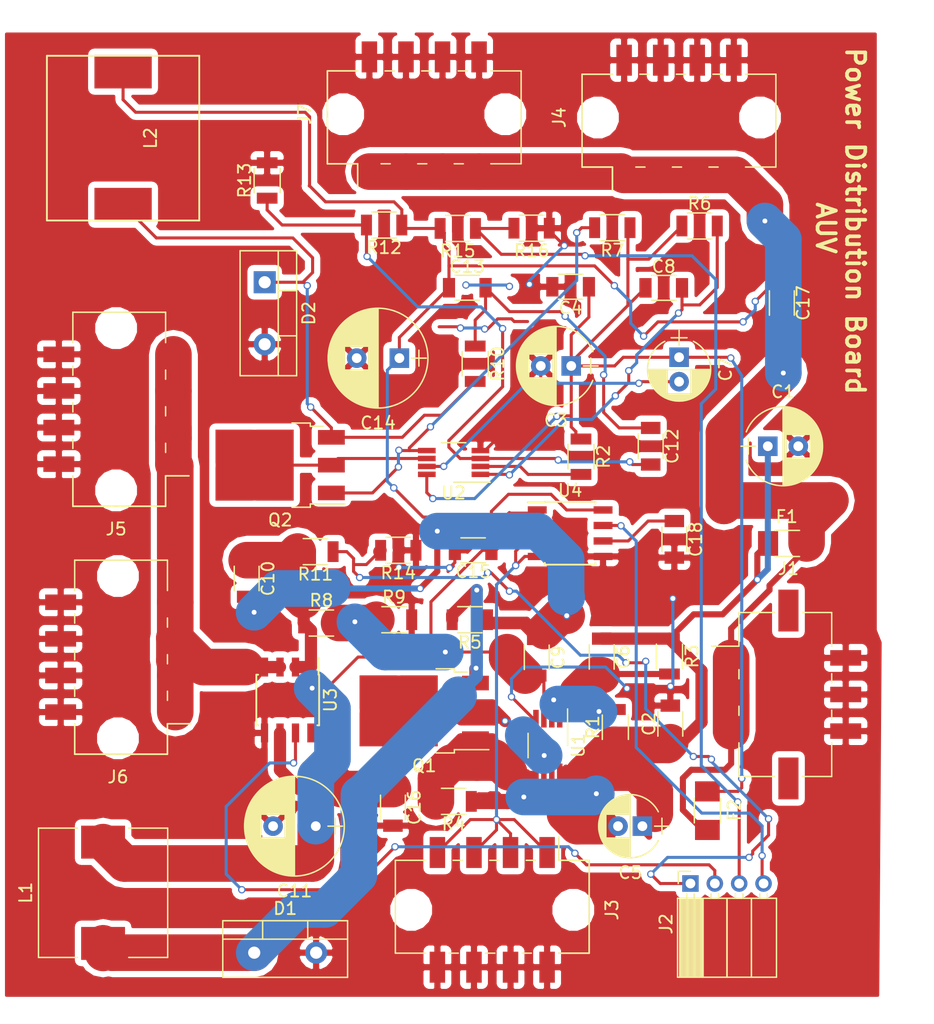
<source format=kicad_pcb>
(kicad_pcb (version 4) (host pcbnew 4.0.7)
  (layers (0 F.Cu signal) (31 B.Cu signal) (34 B.Paste user) (35 F.Paste user) (36 B.SilkS user) (37 F.SilkS user) (38 B.Mask user) (39 F.Mask user) (44 Edge.Cuts user))
  (net 0 "")
  (net 1 "Net-(C1-Pad1)")
  (net 2 GND)
  (net 3 "Net-(C3-Pad1)")
  (net 4 "Net-(C5-Pad2)")
  (net 5 "Net-(C6-Pad2)")
  (net 6 "Net-(C7-Pad2)")
  (net 7 "Net-(C8-Pad2)")
  (net 8 "Net-(C10-Pad2)")
  (net 9 "Net-(C9-Pad2)")
  (net 10 "Net-(C10-Pad1)")
  (net 11 "Net-(C12-Pad1)")
  (net 12 "Net-(C12-Pad2)")
  (net 13 "Net-(C16-Pad1)")
  (net 14 "Net-(C18-Pad1)")
  (net 15 "Net-(D1-Pad1)")
  (net 16 "Net-(D2-Pad1)")
  (net 17 "Net-(F1-Pad2)")
  (net 18 "Net-(J3-Pad1)")
  (net 19 "Net-(J5-Pad1)")
  (net 20 "Net-(Q1-Pad1)")
  (net 21 "Net-(Q1-Pad2)")
  (net 22 "Net-(Q2-Pad1)")
  (net 23 "Net-(Q2-Pad2)")
  (net 24 "Net-(R1-Pad2)")
  (net 25 "Net-(R2-Pad2)")
  (net 26 /VOLDIV19V)
  (net 27 /VOLDIV5V)
  (net 28 /VCC)
  (net 29 /Current19V)
  (net 30 /Current5V)
  (module Capacitors_THT:CP_Radial_D6.3mm_P2.50mm (layer F.Cu) (at 163.58 88.37)
    (fp_text reference C1 (at 1.25 -4.46) (layer F.SilkS))
    (fp_text value 68u)
    (pad 1 thru_hole rect (at 0 0) (size 1.6 1.6) (drill 0.8) (layers *.Cu *.Mask) (net 1 "Net-(C1-Pad1)"))
    (pad 2 thru_hole circle (at 2.5 0) (size 1.6 1.6) (drill 0.8) (layers *.Cu *.Mask) (net 2 GND))
  )
  (module Capacitors_SMD:C_1206 (layer F.Cu) (at 155.58 111.13 90)
    (fp_text reference C2 (at 0 -1.75 90) (layer F.SilkS))
    (fp_text value 1u)
    (pad 1 smd rect (at -1.5 0 90) (size 1 1.6) (layers F.Cu F.Paste F.Mask) (net 1 "Net-(C1-Pad1)"))
    (pad 2 smd rect (at 1.5 0 90) (size 1 1.6) (layers F.Cu F.Paste F.Mask) (net 2 GND))
  )
  (module Capacitors_THT:CP_Radial_D6.3mm_P2.50mm (layer F.Cu) (at 147.45 81.79 180)
    (fp_text reference C3 (at 1.25 -4.46 180) (layer F.SilkS))
    (fp_text value 33u)
    (pad 1 thru_hole rect (at 0 0 180) (size 1.6 1.6) (drill 0.8) (layers *.Cu *.Mask) (net 3 "Net-(C3-Pad1)"))
    (pad 2 thru_hole circle (at 2.5 0 180) (size 1.6 1.6) (drill 0.8) (layers *.Cu *.Mask) (net 2 GND))
  )
  (module Capacitors_SMD:C_1206 (layer F.Cu) (at 147.4 75.3 180)
    (fp_text reference C4 (at 0 -1.75 180) (layer F.SilkS))
    (fp_text value 1u)
    (pad 1 smd rect (at -1.5 0 180) (size 1 1.6) (layers F.Cu F.Paste F.Mask) (net 3 "Net-(C3-Pad1)"))
    (pad 2 smd rect (at 1.5 0 180) (size 1 1.6) (layers F.Cu F.Paste F.Mask) (net 2 GND))
  )
  (module Capacitors_SMD:C_1206 (layer F.Cu) (at 149.95 105.64 270)
    (fp_text reference C6 (at 0 -1.75 270) (layer F.SilkS))
    (fp_text value 1000p)
    (pad 1 smd rect (at -1.5 0 270) (size 1 1.6) (layers F.Cu F.Paste F.Mask) (net 1 "Net-(C1-Pad1)"))
    (pad 2 smd rect (at 1.5 0 270) (size 1 1.6) (layers F.Cu F.Paste F.Mask) (net 5 "Net-(C6-Pad2)"))
  )
  (module Capacitors_THT:CP_Radial_D5.0mm_P2.00mm (layer F.Cu) (at 156.3 81.08 270)
    (fp_text reference C7 (at 1 -3.81 270) (layer F.SilkS))
    (fp_text value 0.47u)
    (pad 1 thru_hole rect (at 0 0 270) (size 1.6 1.6) (drill 0.8) (layers *.Cu *.Mask) (net 3 "Net-(C3-Pad1)"))
    (pad 2 thru_hole circle (at 2 0 270) (size 1.6 1.6) (drill 0.8) (layers *.Cu *.Mask) (net 6 "Net-(C7-Pad2)"))
  )
  (module Capacitors_SMD:C_1206 (layer F.Cu) (at 155.04 75.39)
    (fp_text reference C8 (at 0 -1.75) (layer F.SilkS))
    (fp_text value 1000p)
    (pad 1 smd rect (at -1.5 0) (size 1 1.6) (layers F.Cu F.Paste F.Mask) (net 3 "Net-(C3-Pad1)"))
    (pad 2 smd rect (at 1.5 0) (size 1 1.6) (layers F.Cu F.Paste F.Mask) (net 7 "Net-(C8-Pad2)"))
  )
  (module Capacitors_SMD:C_1206 (layer F.Cu) (at 144.62 105.67 270)
    (fp_text reference C9 (at 0 -1.75 270) (layer F.SilkS))
    (fp_text value 0.1u)
    (pad 1 smd rect (at -1.5 0 270) (size 1 1.6) (layers F.Cu F.Paste F.Mask) (net 8 "Net-(C10-Pad2)"))
    (pad 2 smd rect (at 1.5 0 270) (size 1 1.6) (layers F.Cu F.Paste F.Mask) (net 9 "Net-(C9-Pad2)"))
  )
  (module Capacitors_SMD:C_1206 (layer F.Cu) (at 120.82 99.21 270)
    (fp_text reference C10 (at 0 -1.75 270) (layer F.SilkS))
    (fp_text value 3300p)
    (pad 1 smd rect (at -1.5 0 270) (size 1 1.6) (layers F.Cu F.Paste F.Mask) (net 10 "Net-(C10-Pad1)"))
    (pad 2 smd rect (at 1.5 0 270) (size 1 1.6) (layers F.Cu F.Paste F.Mask) (net 8 "Net-(C10-Pad2)"))
  )
  (module Capacitors_THT:CP_Radial_D8.0mm_P3.50mm (layer F.Cu) (at 126.49 119.51 180)
    (fp_text reference C11 (at 1.75 -5.31 180) (layer F.SilkS))
    (fp_text value 100u)
    (pad 1 thru_hole rect (at 0 0 180) (size 1.6 1.6) (drill 0.8) (layers *.Cu *.Mask) (net 10 "Net-(C10-Pad1)"))
    (pad 2 thru_hole circle (at 3.5 0 180) (size 1.6 1.6) (drill 0.8) (layers *.Cu *.Mask) (net 2 GND))
  )
  (module Capacitors_SMD:C_1206 (layer F.Cu) (at 153.97 88.37 270)
    (fp_text reference C12 (at 0 -1.75 270) (layer F.SilkS))
    (fp_text value 0.1u)
    (pad 1 smd rect (at -1.5 0 270) (size 1 1.6) (layers F.Cu F.Paste F.Mask) (net 11 "Net-(C12-Pad1)"))
    (pad 2 smd rect (at 1.5 0 270) (size 1 1.6) (layers F.Cu F.Paste F.Mask) (net 12 "Net-(C12-Pad2)"))
  )
  (module Capacitors_SMD:C_1206 (layer F.Cu) (at 138.92 75.38)
    (fp_text reference C13 (at 0 -1.75) (layer F.SilkS))
    (fp_text value 3300p)
    (pad 1 smd rect (at -1.5 0) (size 1 1.6) (layers F.Cu F.Paste F.Mask) (net 28 /VCC))
    (pad 2 smd rect (at 1.5 0) (size 1 1.6) (layers F.Cu F.Paste F.Mask) (net 11 "Net-(C12-Pad1)"))
  )
  (module Capacitors_THT:CP_Radial_D8.0mm_P3.50mm (layer F.Cu) (at 133.35 81.15 180)
    (fp_text reference C14 (at 1.75 -5.31 180) (layer F.SilkS))
    (fp_text value 100u)
    (pad 1 thru_hole rect (at 0 0 180) (size 1.6 1.6) (drill 0.8) (layers *.Cu *.Mask) (net 28 /VCC))
    (pad 2 thru_hole circle (at 3.5 0 180) (size 1.6 1.6) (drill 0.8) (layers *.Cu *.Mask) (net 2 GND))
  )
  (module Capacitors_SMD:C_1206 (layer F.Cu) (at 139.4 96.9 180)
    (fp_text reference C15 (at 0 -1.75 180) (layer F.SilkS))
    (fp_text value 0.1u)
    (pad 1 smd rect (at -1.5 0 180) (size 1 1.6) (layers F.Cu F.Paste F.Mask) (net 28 /VCC))
    (pad 2 smd rect (at 1.5 0 180) (size 1 1.6) (layers F.Cu F.Paste F.Mask) (net 2 GND))
  )
  (module Capacitors_SMD:C_1206 (layer F.Cu) (at 132.82 117.97 270)
    (fp_text reference C16 (at 0 -1.75 270) (layer F.SilkS))
    (fp_text value 1nF)
    (pad 1 smd rect (at -1.5 0 270) (size 1 1.6) (layers F.Cu F.Paste F.Mask) (net 13 "Net-(C16-Pad1)"))
    (pad 2 smd rect (at 1.5 0 270) (size 1 1.6) (layers F.Cu F.Paste F.Mask) (net 2 GND))
  )
  (module Capacitors_SMD:C_1206 (layer F.Cu) (at 164.73 76.63 270)
    (fp_text reference C17 (at 0 -1.75 270) (layer F.SilkS))
    (fp_text value 1u)
    (pad 1 smd rect (at -1.5 0 270) (size 1 1.6) (layers F.Cu F.Paste F.Mask) (net 28 /VCC))
    (pad 2 smd rect (at 1.5 0 270) (size 1 1.6) (layers F.Cu F.Paste F.Mask) (net 2 GND))
  )
  (module Capacitors_SMD:C_1206 (layer F.Cu) (at 155.91 96 270)
    (fp_text reference C18 (at 0 -1.75 270) (layer F.SilkS))
    (fp_text value 1nF)
    (pad 1 smd rect (at -1.5 0 270) (size 1 1.6) (layers F.Cu F.Paste F.Mask) (net 14 "Net-(C18-Pad1)"))
    (pad 2 smd rect (at 1.5 0 270) (size 1 1.6) (layers F.Cu F.Paste F.Mask) (net 2 GND))
  )
  (module TO_SOT_Packages_THT:TO-220-2_Vertical (layer F.Cu) (at 121.44 129.88)
    (fp_text reference D1 (at 2.54 -3.62) (layer F.SilkS))
    (fp_text value D_Schottky)
    (pad 1 thru_hole rect (at 0 0) (size 1.8 1.8) (drill 1) (layers *.Cu *.Mask) (net 15 "Net-(D1-Pad1)"))
    (pad 2 thru_hole oval (at 5.08 0) (size 1.8 1.8) (drill 1) (layers *.Cu *.Mask) (net 2 GND))
  )
  (module TO_SOT_Packages_THT:TO-220-2_Vertical (layer F.Cu) (at 122.3 74.93 270)
    (fp_text reference D2 (at 2.54 -3.62 270) (layer F.SilkS))
    (fp_text value D_Schottky)
    (pad 1 thru_hole rect (at 0 0 270) (size 1.8 1.8) (drill 1) (layers *.Cu *.Mask) (net 16 "Net-(D2-Pad1)"))
    (pad 2 thru_hole oval (at 5.08 0 270) (size 1.8 1.8) (drill 1) (layers *.Cu *.Mask) (net 2 GND))
  )
  (module Fuse_Holders_and_Fuses:Fuse_SMD1206_Wave (layer F.Cu) (at 165.18 96.34)
    (fp_text reference F1 (at -0.05 -2.2) (layer F.SilkS))
    (fp_text value Fuse)
    (pad 1 smd rect (at -1.58 0 90) (size 2.03 1.65) (layers F.Cu F.Paste F.Mask) (net 1 "Net-(C1-Pad1)"))
    (pad 2 smd rect (at 1.58 0 90) (size 2.03 1.65) (layers F.Cu F.Paste F.Mask) (net 17 "Net-(F1-Pad2)"))
  )
  (module Fuse_Holders_and_Fuses:Fuse_SMD1206_Wave (layer F.Cu) (at 158.62 118.24 270)
    (fp_text reference F2 (at -0.05 -2.2 270) (layer F.SilkS))
    (fp_text value Fuse)
    (pad 1 smd rect (at -1.58 0) (size 2.03 1.65) (layers F.Cu F.Paste F.Mask) (net 3 "Net-(C3-Pad1)"))
    (pad 2 smd rect (at 1.58 0) (size 2.03 1.65) (layers F.Cu F.Paste F.Mask) (net 17 "Net-(F1-Pad2)"))
  )
  (module Connectors_Molex:Molex_MicroFit_3.0-43045-0618_06x3.00mm_Straight (layer F.Cu) (at 165.27 108.72)
    (fp_text reference J1 (at 0 -10.32) (layer F.SilkS))
    (fp_text value Conn_02x03_Counter_Clockwise)
    (pad "" smd rect (at 0 -6.88) (size 1.65 3.43) (layers F.Cu F.Paste F.Mask))
    (pad "" smd rect (at 0 6.88) (size 1.65 3.43) (layers F.Cu F.Paste F.Mask))
    (pad 1 smd rect (at -4.7 -3) (size 2.54 1.27) (layers F.Cu F.Paste F.Mask) (net 17 "Net-(F1-Pad2)"))
    (pad 2 smd rect (at -4.7 0) (size 2.54 1.27) (layers F.Cu F.Paste F.Mask) (net 17 "Net-(F1-Pad2)"))
    (pad 3 smd rect (at -4.7 3) (size 2.54 1.27) (layers F.Cu F.Paste F.Mask) (net 17 "Net-(F1-Pad2)"))
    (pad 6 smd rect (at 4.7 -3) (size 2.54 1.27) (layers F.Cu F.Paste F.Mask) (net 2 GND))
    (pad 5 smd rect (at 4.7 0) (size 2.54 1.27) (layers F.Cu F.Paste F.Mask) (net 2 GND))
    (pad 4 smd rect (at 4.7 3) (size 2.54 1.27) (layers F.Cu F.Paste F.Mask) (net 2 GND))
  )
  (module Socket_Strips:Socket_Strip_Angled_1x04_Pitch2.00mm (layer F.Cu) (at 157.23 124.21 90)
    (fp_text reference J2 (at -3.31 -2 90) (layer F.SilkS))
    (fp_text value Conn_01x04_Female)
    (pad 1 thru_hole rect (at 0 0 90) (size 1.35 1.35) (drill 0.8) (layers *.Cu *.Mask) (net 26 /VOLDIV19V))
    (pad 2 thru_hole oval (at 0 2 90) (size 1.35 1.35) (drill 0.8) (layers *.Cu *.Mask) (net 29 /Current19V))
    (pad 3 thru_hole oval (at 0 4 90) (size 1.35 1.35) (drill 0.8) (layers *.Cu *.Mask) (net 27 /VOLDIV5V))
    (pad 4 thru_hole oval (at 0 6 90) (size 1.35 1.35) (drill 0.8) (layers *.Cu *.Mask) (net 30 /Current5V))
  )
  (module Connectors_Molex:Molex_MicroFit_3.0-43045-0817_08x3.00mm_Straight (layer F.Cu) (at 140.97 126.37 270)
    (fp_text reference J3 (at 0 -9.82 270) (layer F.SilkS))
    (fp_text value Conn_02x04_Top_Bottom)
    (pad None np_thru_hole circle (at 0 -6.65 270) (size 2.41 2.41) (drill 2.41) (layers *.Cu))
    (pad None np_thru_hole circle (at 0 6.65 270) (size 2.41 2.41) (drill 2.41) (layers *.Cu))
    (pad 1 smd rect (at -4.7 -4.5 270) (size 2.54 1.27) (layers F.Cu F.Paste F.Mask) (net 18 "Net-(J3-Pad1)"))
    (pad 2 smd rect (at -4.7 -1.5 270) (size 2.54 1.27) (layers F.Cu F.Paste F.Mask) (net 18 "Net-(J3-Pad1)"))
    (pad 3 smd rect (at -4.7 1.5 270) (size 2.54 1.27) (layers F.Cu F.Paste F.Mask) (net 18 "Net-(J3-Pad1)"))
    (pad 4 smd rect (at -4.7 4.5 270) (size 2.54 1.27) (layers F.Cu F.Paste F.Mask) (net 18 "Net-(J3-Pad1)"))
    (pad 8 smd rect (at 4.7 -4.5 270) (size 2.54 1.27) (layers F.Cu F.Paste F.Mask) (net 2 GND))
    (pad 7 smd rect (at 4.7 -1.5 270) (size 2.54 1.27) (layers F.Cu F.Paste F.Mask) (net 2 GND))
    (pad 6 smd rect (at 4.7 1.5 270) (size 2.54 1.27) (layers F.Cu F.Paste F.Mask) (net 2 GND))
    (pad 5 smd rect (at 4.7 4.5 270) (size 2.54 1.27) (layers F.Cu F.Paste F.Mask) (net 2 GND))
  )
  (module Connectors_Molex:Molex_MicroFit_3.0-43045-0817_08x3.00mm_Straight (layer F.Cu) (at 156.29 61.43 90)
    (fp_text reference J4 (at 0 -9.82 90) (layer F.SilkS))
    (fp_text value Conn_02x04_Top_Bottom)
    (pad None np_thru_hole circle (at 0 -6.65 90) (size 2.41 2.41) (drill 2.41) (layers *.Cu))
    (pad None np_thru_hole circle (at 0 6.65 90) (size 2.41 2.41) (drill 2.41) (layers *.Cu))
    (pad 1 smd rect (at -4.7 -4.5 90) (size 2.54 1.27) (layers F.Cu F.Paste F.Mask) (net 17 "Net-(F1-Pad2)"))
    (pad 2 smd rect (at -4.7 -1.5 90) (size 2.54 1.27) (layers F.Cu F.Paste F.Mask) (net 17 "Net-(F1-Pad2)"))
    (pad 3 smd rect (at -4.7 1.5 90) (size 2.54 1.27) (layers F.Cu F.Paste F.Mask) (net 17 "Net-(F1-Pad2)"))
    (pad 4 smd rect (at -4.7 4.5 90) (size 2.54 1.27) (layers F.Cu F.Paste F.Mask) (net 17 "Net-(F1-Pad2)"))
    (pad 8 smd rect (at 4.7 -4.5 90) (size 2.54 1.27) (layers F.Cu F.Paste F.Mask) (net 2 GND))
    (pad 7 smd rect (at 4.7 -1.5 90) (size 2.54 1.27) (layers F.Cu F.Paste F.Mask) (net 2 GND))
    (pad 6 smd rect (at 4.7 1.5 90) (size 2.54 1.27) (layers F.Cu F.Paste F.Mask) (net 2 GND))
    (pad 5 smd rect (at 4.7 4.5 90) (size 2.54 1.27) (layers F.Cu F.Paste F.Mask) (net 2 GND))
  )
  (module Connectors_Molex:Molex_MicroFit_3.0-43045-0817_08x3.00mm_Straight (layer F.Cu) (at 110.11 85.34 180)
    (fp_text reference J5 (at 0 -9.82 180) (layer F.SilkS))
    (fp_text value Conn_02x04_Top_Bottom)
    (pad None np_thru_hole circle (at 0 -6.65 180) (size 2.41 2.41) (drill 2.41) (layers *.Cu))
    (pad None np_thru_hole circle (at 0 6.65 180) (size 2.41 2.41) (drill 2.41) (layers *.Cu))
    (pad 1 smd rect (at -4.7 -4.5 180) (size 2.54 1.27) (layers F.Cu F.Paste F.Mask) (net 19 "Net-(J5-Pad1)"))
    (pad 2 smd rect (at -4.7 -1.5 180) (size 2.54 1.27) (layers F.Cu F.Paste F.Mask) (net 19 "Net-(J5-Pad1)"))
    (pad 3 smd rect (at -4.7 1.5 180) (size 2.54 1.27) (layers F.Cu F.Paste F.Mask) (net 19 "Net-(J5-Pad1)"))
    (pad 4 smd rect (at -4.7 4.5 180) (size 2.54 1.27) (layers F.Cu F.Paste F.Mask) (net 19 "Net-(J5-Pad1)"))
    (pad 8 smd rect (at 4.7 -4.5 180) (size 2.54 1.27) (layers F.Cu F.Paste F.Mask) (net 2 GND))
    (pad 7 smd rect (at 4.7 -1.5 180) (size 2.54 1.27) (layers F.Cu F.Paste F.Mask) (net 2 GND))
    (pad 6 smd rect (at 4.7 1.5 180) (size 2.54 1.27) (layers F.Cu F.Paste F.Mask) (net 2 GND))
    (pad 5 smd rect (at 4.7 4.5 180) (size 2.54 1.27) (layers F.Cu F.Paste F.Mask) (net 2 GND))
  )
  (module Connectors_Molex:Molex_MicroFit_3.0-43045-0817_08x3.00mm_Straight (layer F.Cu) (at 110.26 105.66 180)
    (fp_text reference J6 (at 0 -9.82 180) (layer F.SilkS))
    (fp_text value Conn_02x04_Top_Bottom)
    (pad None np_thru_hole circle (at 0 -6.65 180) (size 2.41 2.41) (drill 2.41) (layers *.Cu))
    (pad None np_thru_hole circle (at 0 6.65 180) (size 2.41 2.41) (drill 2.41) (layers *.Cu))
    (pad 1 smd rect (at -4.7 -4.5 180) (size 2.54 1.27) (layers F.Cu F.Paste F.Mask) (net 19 "Net-(J5-Pad1)"))
    (pad 2 smd rect (at -4.7 -1.5 180) (size 2.54 1.27) (layers F.Cu F.Paste F.Mask) (net 19 "Net-(J5-Pad1)"))
    (pad 3 smd rect (at -4.7 1.5 180) (size 2.54 1.27) (layers F.Cu F.Paste F.Mask) (net 19 "Net-(J5-Pad1)"))
    (pad 4 smd rect (at -4.7 4.5 180) (size 2.54 1.27) (layers F.Cu F.Paste F.Mask) (net 19 "Net-(J5-Pad1)"))
    (pad 8 smd rect (at 4.7 -4.5 180) (size 2.54 1.27) (layers F.Cu F.Paste F.Mask) (net 2 GND))
    (pad 7 smd rect (at 4.7 -1.5 180) (size 2.54 1.27) (layers F.Cu F.Paste F.Mask) (net 2 GND))
    (pad 6 smd rect (at 4.7 1.5 180) (size 2.54 1.27) (layers F.Cu F.Paste F.Mask) (net 2 GND))
    (pad 5 smd rect (at 4.7 4.5 180) (size 2.54 1.27) (layers F.Cu F.Paste F.Mask) (net 2 GND))
  )
  (module Inductors_SMD:L_10.4x10.4_H4.8 (layer F.Cu) (at 109.04 124.97 90)
    (fp_text reference L1 (at 0 -6.35 90) (layer F.SilkS))
    (fp_text value 5.5u)
    (pad 1 smd rect (at -4.15 0 90) (size 2.7 3.6) (layers F.Cu F.Paste F.Mask) (net 15 "Net-(D1-Pad1)"))
    (pad 2 smd rect (at 4.15 0 90) (size 2.7 3.6) (layers F.Cu F.Paste F.Mask) (net 10 "Net-(C10-Pad1)"))
  )
  (module "conn footprint:inductor_13.5x12.5" (layer F.Cu) (at 110.68 63.12 90)
    (fp_text reference L2 (at 0 2.25 90) (layer F.SilkS))
    (fp_text value 15u)
    (pad 2 smd rect (at 5.45 0 90) (size 2.75 4.7) (layers F.Cu F.Paste F.Mask) (net 28 /VCC))
    (pad 1 smd rect (at -5.45 0 90) (size 2.75 4.7) (layers F.Cu F.Paste F.Mask) (net 16 "Net-(D2-Pad1)"))
  )
  (module TO_SOT_Packages_SMD:TO-252-3_TabPin2 (layer F.Cu) (at 135.39 110.06 180)
    (fp_text reference Q1 (at 0 -4.5 180) (layer F.SilkS))
    (fp_text value Q_PMOS_DGS)
    (pad 1 smd rect (at -4.2 -2.28 180) (size 2.2 1.2) (layers F.Cu F.Paste F.Mask) (net 20 "Net-(Q1-Pad1)"))
    (pad 2 smd rect (at -4.2 0 180) (size 2.2 1.2) (layers F.Cu F.Paste F.Mask) (net 21 "Net-(Q1-Pad2)"))
    (pad 3 smd rect (at -4.2 2.28 180) (size 2.2 1.2) (layers F.Cu F.Paste F.Mask) (net 15 "Net-(D1-Pad1)"))
    (pad 2 smd rect (at 2.1 0 180) (size 6.4 5.8) (layers F.Cu F.Mask) (net 21 "Net-(Q1-Pad2)"))
    (pad 2 smd rect (at 3.775 1.525 180) (size 3.05 2.75) (layers F.Cu F.Paste) (net 21 "Net-(Q1-Pad2)"))
    (pad 2 smd rect (at 0.425 -1.525 180) (size 3.05 2.75) (layers F.Cu F.Paste) (net 21 "Net-(Q1-Pad2)"))
    (pad 2 smd rect (at 3.775 -1.525 180) (size 3.05 2.75) (layers F.Cu F.Paste) (net 21 "Net-(Q1-Pad2)"))
    (pad 2 smd rect (at 0.425 1.525 180) (size 3.05 2.75) (layers F.Cu F.Paste) (net 21 "Net-(Q1-Pad2)"))
  )
  (module TO_SOT_Packages_SMD:TO-252-3_TabPin2 (layer F.Cu) (at 123.57 89.92 180)
    (fp_text reference Q2 (at 0 -4.5 180) (layer F.SilkS))
    (fp_text value Q_PMOS_DGS)
    (pad 1 smd rect (at -4.2 -2.28 180) (size 2.2 1.2) (layers F.Cu F.Paste F.Mask) (net 22 "Net-(Q2-Pad1)"))
    (pad 2 smd rect (at -4.2 0 180) (size 2.2 1.2) (layers F.Cu F.Paste F.Mask) (net 23 "Net-(Q2-Pad2)"))
    (pad 3 smd rect (at -4.2 2.28 180) (size 2.2 1.2) (layers F.Cu F.Paste F.Mask) (net 16 "Net-(D2-Pad1)"))
    (pad 2 smd rect (at 2.1 0 180) (size 6.4 5.8) (layers F.Cu F.Mask) (net 23 "Net-(Q2-Pad2)"))
    (pad 2 smd rect (at 3.775 1.525 180) (size 3.05 2.75) (layers F.Cu F.Paste) (net 23 "Net-(Q2-Pad2)"))
    (pad 2 smd rect (at 0.425 -1.525 180) (size 3.05 2.75) (layers F.Cu F.Paste) (net 23 "Net-(Q2-Pad2)"))
    (pad 2 smd rect (at 3.775 -1.525 180) (size 3.05 2.75) (layers F.Cu F.Paste) (net 23 "Net-(Q2-Pad2)"))
    (pad 2 smd rect (at 0.425 1.525 180) (size 3.05 2.75) (layers F.Cu F.Paste) (net 23 "Net-(Q2-Pad2)"))
  )
  (module Resistors_SMD:R_1206 (layer F.Cu) (at 151.07 111.4 90)
    (fp_text reference R1 (at 0 -1.85 90) (layer F.SilkS))
    (fp_text value 383k)
    (pad 1 smd rect (at -1.45 0 90) (size 0.9 1.7) (layers F.Cu F.Paste F.Mask) (net 1 "Net-(C1-Pad1)"))
    (pad 2 smd rect (at 1.45 0 90) (size 0.9 1.7) (layers F.Cu F.Paste F.Mask) (net 24 "Net-(R1-Pad2)"))
  )
  (module Resistors_SMD:R_1206 (layer F.Cu) (at 148.25 89.23 270)
    (fp_text reference R2 (at 0 -1.85 270) (layer F.SilkS))
    (fp_text value 84k)
    (pad 1 smd rect (at -1.45 0 270) (size 0.9 1.7) (layers F.Cu F.Paste F.Mask) (net 3 "Net-(C3-Pad1)"))
    (pad 2 smd rect (at 1.45 0 270) (size 0.9 1.7) (layers F.Cu F.Paste F.Mask) (net 25 "Net-(R2-Pad2)"))
  )
  (module Resistors_SMD:R_1206 (layer F.Cu) (at 155.51 105.59 270)
    (fp_text reference R3 (at 0 -1.85 270) (layer F.SilkS))
    (fp_text value 2.1k)
    (pad 1 smd rect (at -1.45 0 270) (size 0.9 1.7) (layers F.Cu F.Paste F.Mask) (net 1 "Net-(C1-Pad1)"))
    (pad 2 smd rect (at 1.45 0 270) (size 0.9 1.7) (layers F.Cu F.Paste F.Mask) (net 5 "Net-(C6-Pad2)"))
  )
  (module Resistors_SMD:R_1206 (layer F.Cu) (at 137.8 117.48 180)
    (fp_text reference R4 (at 0 -1.85 180) (layer F.SilkS))
    (fp_text value 0.01)
    (pad 1 smd rect (at -1.45 0 180) (size 0.9 1.7) (layers F.Cu F.Paste F.Mask) (net 1 "Net-(C1-Pad1)"))
    (pad 2 smd rect (at 1.45 0 180) (size 0.9 1.7) (layers F.Cu F.Paste F.Mask) (net 20 "Net-(Q1-Pad1)"))
  )
  (module Resistors_SMD:R_1206 (layer F.Cu) (at 139.13 102.59 180)
    (fp_text reference R5 (at 0 -1.85 180) (layer F.SilkS))
    (fp_text value 220k)
    (pad 1 smd rect (at -1.45 0 180) (size 0.9 1.7) (layers F.Cu F.Paste F.Mask) (net 8 "Net-(C10-Pad2)"))
    (pad 2 smd rect (at 1.45 0 180) (size 0.9 1.7) (layers F.Cu F.Paste F.Mask) (net 15 "Net-(D1-Pad1)"))
  )
  (module Resistors_SMD:R_1206 (layer F.Cu) (at 157.98 70.32)
    (fp_text reference R6 (at 0 -1.85) (layer F.SilkS))
    (fp_text value 2.1k)
    (pad 1 smd rect (at -1.45 0) (size 0.9 1.7) (layers F.Cu F.Paste F.Mask) (net 3 "Net-(C3-Pad1)"))
    (pad 2 smd rect (at 1.45 0) (size 0.9 1.7) (layers F.Cu F.Paste F.Mask) (net 7 "Net-(C8-Pad2)"))
  )
  (module Resistors_SMD:R_1206 (layer F.Cu) (at 150.82 70.46 180)
    (fp_text reference R7 (at 0 -1.85 180) (layer F.SilkS))
    (fp_text value 0.01)
    (pad 1 smd rect (at -1.45 0 180) (size 0.9 1.7) (layers F.Cu F.Paste F.Mask) (net 3 "Net-(C3-Pad1)"))
    (pad 2 smd rect (at 1.45 0 180) (size 0.9 1.7) (layers F.Cu F.Paste F.Mask) (net 22 "Net-(Q2-Pad1)"))
  )
  (module Resistors_SMD:R_1206 (layer F.Cu) (at 126.95 102.86)
    (fp_text reference R8 (at 0 -1.85) (layer F.SilkS))
    (fp_text value 17k)
    (pad 1 smd rect (at -1.45 0) (size 0.9 1.7) (layers F.Cu F.Paste F.Mask) (net 10 "Net-(C10-Pad1)"))
    (pad 2 smd rect (at 1.45 0) (size 0.9 1.7) (layers F.Cu F.Paste F.Mask) (net 9 "Net-(C9-Pad2)"))
  )
  (module Resistors_SMD:R_1206 (layer F.Cu) (at 132.91 102.59)
    (fp_text reference R9 (at 0 -1.85) (layer F.SilkS))
    (fp_text value 1.2K)
    (pad 1 smd rect (at -1.45 0) (size 0.9 1.7) (layers F.Cu F.Paste F.Mask) (net 9 "Net-(C9-Pad2)"))
    (pad 2 smd rect (at 1.45 0) (size 0.9 1.7) (layers F.Cu F.Paste F.Mask) (net 2 GND))
  )
  (module Resistors_SMD:R_1206 (layer F.Cu) (at 139.57 81.61 270)
    (fp_text reference R10 (at 0 -1.85 270) (layer F.SilkS))
    (fp_text value 66.5K)
    (pad 1 smd rect (at -1.45 0 270) (size 0.9 1.7) (layers F.Cu F.Paste F.Mask) (net 11 "Net-(C12-Pad1)"))
    (pad 2 smd rect (at 1.45 0 270) (size 0.9 1.7) (layers F.Cu F.Paste F.Mask) (net 16 "Net-(D2-Pad1)"))
  )
  (module Resistors_SMD:R_1206 (layer F.Cu) (at 126.46 97.01 180)
    (fp_text reference R11 (at 0 -1.85 180) (layer F.SilkS))
    (fp_text value 3K)
    (pad 1 smd rect (at -1.45 0 180) (size 0.9 1.7) (layers F.Cu F.Paste F.Mask) (net 26 /VOLDIV19V))
    (pad 2 smd rect (at 1.45 0 180) (size 0.9 1.7) (layers F.Cu F.Paste F.Mask) (net 10 "Net-(C10-Pad1)"))
  )
  (module Resistors_SMD:R_1206 (layer F.Cu) (at 132.1 70.24 180)
    (fp_text reference R12 (at 0 -1.85 180) (layer F.SilkS))
    (fp_text value 10K)
    (pad 1 smd rect (at -1.45 0 180) (size 0.9 1.7) (layers F.Cu F.Paste F.Mask) (net 28 /VCC))
    (pad 2 smd rect (at 1.45 0 180) (size 0.9 1.7) (layers F.Cu F.Paste F.Mask) (net 12 "Net-(C12-Pad2)"))
  )
  (module Resistors_SMD:R_1206 (layer F.Cu) (at 122.5 66.59 90)
    (fp_text reference R13 (at 0 -1.85 90) (layer F.SilkS))
    (fp_text value 3.4K)
    (pad 1 smd rect (at -1.45 0 90) (size 0.9 1.7) (layers F.Cu F.Paste F.Mask) (net 12 "Net-(C12-Pad2)"))
    (pad 2 smd rect (at 1.45 0 90) (size 0.9 1.7) (layers F.Cu F.Paste F.Mask) (net 2 GND))
  )
  (module Resistors_SMD:R_1206 (layer F.Cu) (at 133.26 96.9 180)
    (fp_text reference R14 (at 0 -1.85 180) (layer F.SilkS))
    (fp_text value 1K)
    (pad 1 smd rect (at -1.45 0 180) (size 0.9 1.7) (layers F.Cu F.Paste F.Mask) (net 2 GND))
    (pad 2 smd rect (at 1.45 0 180) (size 0.9 1.7) (layers F.Cu F.Paste F.Mask) (net 26 /VOLDIV19V))
  )
  (module Resistors_SMD:R_1206 (layer F.Cu) (at 138.14 70.52 180)
    (fp_text reference R15 (at 0 -1.85 180) (layer F.SilkS))
    (fp_text value 3K)
    (pad 1 smd rect (at -1.45 0 180) (size 0.9 1.7) (layers F.Cu F.Paste F.Mask) (net 27 /VOLDIV5V))
    (pad 2 smd rect (at 1.45 0 180) (size 0.9 1.7) (layers F.Cu F.Paste F.Mask) (net 28 /VCC))
  )
  (module Resistors_SMD:R_1206 (layer F.Cu) (at 144.2 70.5 180)
    (fp_text reference R16 (at 0 -1.85 180) (layer F.SilkS))
    (fp_text value 1K)
    (pad 1 smd rect (at -1.45 0 180) (size 0.9 1.7) (layers F.Cu F.Paste F.Mask) (net 2 GND))
    (pad 2 smd rect (at 1.45 0 180) (size 0.9 1.7) (layers F.Cu F.Paste F.Mask) (net 27 /VOLDIV5V))
  )
  (module Housings_SSOP:VSSOP-8_3.0x3.0mm_Pitch0.65mm (layer F.Cu) (at 145.53 112.9 270)
    (fp_text reference U1 (at 0 -2.5 270) (layer F.SilkS))
    (fp_text value LM25085)
    (pad 1 smd rect (at -2.2 -0.975 180) (size 0.45 1.45) (layers F.Cu F.Paste F.Mask) (net 5 "Net-(C6-Pad2)"))
    (pad 2 smd rect (at -2.2 -0.325 180) (size 0.45 1.45) (layers F.Cu F.Paste F.Mask) (net 24 "Net-(R1-Pad2)"))
    (pad 3 smd rect (at -2.2 0.325 180) (size 0.45 1.45) (layers F.Cu F.Paste F.Mask) (net 9 "Net-(C9-Pad2)"))
    (pad 4 smd rect (at -2.2 0.975 180) (size 0.45 1.45) (layers F.Cu F.Paste F.Mask) (net 2 GND))
    (pad 5 smd rect (at 2.2 0.975 180) (size 0.45 1.45) (layers F.Cu F.Paste F.Mask) (net 20 "Net-(Q1-Pad1)"))
    (pad 6 smd rect (at 2.2 0.325 180) (size 0.45 1.45) (layers F.Cu F.Paste F.Mask) (net 21 "Net-(Q1-Pad2)"))
    (pad 7 smd rect (at 2.2 -0.325 180) (size 0.45 1.45) (layers F.Cu F.Paste F.Mask) (net 4 "Net-(C5-Pad2)"))
    (pad 8 smd rect (at 2.2 -0.975 180) (size 0.45 1.45) (layers F.Cu F.Paste F.Mask) (net 1 "Net-(C1-Pad1)"))
  )
  (module Housings_SSOP:VSSOP-8_3.0x3.0mm_Pitch0.65mm (layer F.Cu) (at 137.8 89.7 180)
    (fp_text reference U2 (at 0 -2.5 180) (layer F.SilkS))
    (fp_text value LM25085)
    (pad 1 smd rect (at -2.2 -0.975 90) (size 0.45 1.45) (layers F.Cu F.Paste F.Mask) (net 7 "Net-(C8-Pad2)"))
    (pad 2 smd rect (at -2.2 -0.325 90) (size 0.45 1.45) (layers F.Cu F.Paste F.Mask) (net 25 "Net-(R2-Pad2)"))
    (pad 3 smd rect (at -2.2 0.325 90) (size 0.45 1.45) (layers F.Cu F.Paste F.Mask) (net 12 "Net-(C12-Pad2)"))
    (pad 4 smd rect (at -2.2 0.975 90) (size 0.45 1.45) (layers F.Cu F.Paste F.Mask) (net 2 GND))
    (pad 5 smd rect (at 2.2 0.975 90) (size 0.45 1.45) (layers F.Cu F.Paste F.Mask) (net 22 "Net-(Q2-Pad1)"))
    (pad 6 smd rect (at 2.2 0.325 90) (size 0.45 1.45) (layers F.Cu F.Paste F.Mask) (net 23 "Net-(Q2-Pad2)"))
    (pad 7 smd rect (at 2.2 -0.325 90) (size 0.45 1.45) (layers F.Cu F.Paste F.Mask) (net 6 "Net-(C7-Pad2)"))
    (pad 8 smd rect (at 2.2 -0.975 90) (size 0.45 1.45) (layers F.Cu F.Paste F.Mask) (net 3 "Net-(C3-Pad1)"))
  )
  (module Housings_SOIC:SOIC-8_3.9x4.9mm_Pitch1.27mm (layer F.Cu) (at 124.19 109.17 270)
    (fp_text reference U3 (at 0 -3.5 270) (layer F.SilkS))
    (fp_text value ACS712)
    (pad 1 smd rect (at -2.7 -1.905 270) (size 1.55 0.6) (layers F.Cu F.Paste F.Mask) (net 10 "Net-(C10-Pad1)"))
    (pad 2 smd rect (at -2.7 -0.635 270) (size 1.55 0.6) (layers F.Cu F.Paste F.Mask) (net 10 "Net-(C10-Pad1)"))
    (pad 3 smd rect (at -2.7 0.635 270) (size 1.55 0.6) (layers F.Cu F.Paste F.Mask) (net 19 "Net-(J5-Pad1)"))
    (pad 4 smd rect (at -2.7 1.905 270) (size 1.55 0.6) (layers F.Cu F.Paste F.Mask) (net 19 "Net-(J5-Pad1)"))
    (pad 5 smd rect (at 2.7 1.905 270) (size 1.55 0.6) (layers F.Cu F.Paste F.Mask) (net 2 GND))
    (pad 6 smd rect (at 2.7 0.635 270) (size 1.55 0.6) (layers F.Cu F.Paste F.Mask) (net 13 "Net-(C16-Pad1)"))
    (pad 7 smd rect (at 2.7 -0.635 270) (size 1.55 0.6) (layers F.Cu F.Paste F.Mask) (net 29 /Current19V))
    (pad 8 smd rect (at 2.7 -1.905 270) (size 1.55 0.6) (layers F.Cu F.Paste F.Mask) (net 28 /VCC))
  )
  (module Housings_SOIC:SOIC-8_3.9x4.9mm_Pitch1.27mm (layer F.Cu) (at 147.36 95.5)
    (fp_text reference U4 (at 0 -3.5) (layer F.SilkS))
    (fp_text value ACS712)
    (pad 1 smd rect (at -2.7 -1.905) (size 1.55 0.6) (layers F.Cu F.Paste F.Mask) (net 28 /VCC))
    (pad 2 smd rect (at -2.7 -0.635) (size 1.55 0.6) (layers F.Cu F.Paste F.Mask) (net 28 /VCC))
    (pad 3 smd rect (at -2.7 0.635) (size 1.55 0.6) (layers F.Cu F.Paste F.Mask) (net 18 "Net-(J3-Pad1)"))
    (pad 4 smd rect (at -2.7 1.905) (size 1.55 0.6) (layers F.Cu F.Paste F.Mask) (net 18 "Net-(J3-Pad1)"))
    (pad 5 smd rect (at 2.7 1.905) (size 1.55 0.6) (layers F.Cu F.Paste F.Mask) (net 2 GND))
    (pad 6 smd rect (at 2.7 0.635) (size 1.55 0.6) (layers F.Cu F.Paste F.Mask) (net 14 "Net-(C18-Pad1)"))
    (pad 7 smd rect (at 2.7 -0.635) (size 1.55 0.6) (layers F.Cu F.Paste F.Mask) (net 30 /Current5V))
    (pad 8 smd rect (at 2.7 -1.905) (size 1.55 0.6) (layers F.Cu F.Paste F.Mask) (net 28 /VCC))
  )
  (module Connectors_Molex:Molex_MicroFit_3.0-43045-0817_08x3.00mm_Straight (layer F.Cu) (at 135.39 61.16 90)
    (fp_text reference J7 (at 0 -9.82 90) (layer F.SilkS))
    (fp_text value Conn_02x04_Top_Bottom)
    (pad None np_thru_hole circle (at 0 -6.65 90) (size 2.41 2.41) (drill 2.41) (layers *.Cu))
    (pad None np_thru_hole circle (at 0 6.65 90) (size 2.41 2.41) (drill 2.41) (layers *.Cu))
    (pad 1 smd rect (at -4.7 -4.5 90) (size 2.54 1.27) (layers F.Cu F.Paste F.Mask) (net 17 "Net-(F1-Pad2)"))
    (pad 2 smd rect (at -4.7 -1.5 90) (size 2.54 1.27) (layers F.Cu F.Paste F.Mask) (net 17 "Net-(F1-Pad2)"))
    (pad 3 smd rect (at -4.7 1.5 90) (size 2.54 1.27) (layers F.Cu F.Paste F.Mask) (net 17 "Net-(F1-Pad2)"))
    (pad 4 smd rect (at -4.7 4.5 90) (size 2.54 1.27) (layers F.Cu F.Paste F.Mask) (net 17 "Net-(F1-Pad2)"))
    (pad 8 smd rect (at 4.7 -4.5 90) (size 2.54 1.27) (layers F.Cu F.Paste F.Mask) (net 2 GND))
    (pad 7 smd rect (at 4.7 -1.5 90) (size 2.54 1.27) (layers F.Cu F.Paste F.Mask) (net 2 GND))
    (pad 6 smd rect (at 4.7 1.5 90) (size 2.54 1.27) (layers F.Cu F.Paste F.Mask) (net 2 GND))
    (pad 5 smd rect (at 4.7 4.5 90) (size 2.54 1.27) (layers F.Cu F.Paste F.Mask) (net 2 GND))
  )
  (module Capacitors_THT:CP_Radial_D5.0mm_P2.00mm (layer F.Cu) (at 153.29 119.51 180)
    (fp_text reference C5 (at 1 -3.81 180) (layer F.SilkS))
    (fp_text value 0.47u)
    (pad 1 thru_hole rect (at 0 0 180) (size 1.6 1.6) (drill 0.8) (layers *.Cu *.Mask) (net 1 "Net-(C1-Pad1)"))
    (pad 2 thru_hole circle (at 2 0 180) (size 1.6 1.6) (drill 0.8) (layers *.Cu *.Mask) (net 4 "Net-(C5-Pad2)"))
  )
  (gr_text "Power Distribution Board \nAUV" (at 169.545 70.485 270) (layer F.SilkS) (effects (font (size 1.5 1.5) (thickness 0.3))))
  (segment (start 142.41 75.27) (end 142.38 75.27) (width 0.25) (layer F.Cu) (net 0))
  (via (at 138.81 75.16) (size 0.6) (drill 0.4) (layers F.Cu B.Cu) (net 0))
  (segment (start 142.27 75.16) (end 138.81 75.16) (width 0.25) (layer B.Cu) (net 0))
  (segment (start 142.38 75.27) (end 142.27 75.16) (width 0.25) (layer B.Cu) (net 0))
  (via (at 142.38 75.27) (size 0.6) (drill 0.4) (layers F.Cu B.Cu) (net 0))
  (segment (start 143.87 78.15) (end 142.77 78.15) (width 0.25) (layer F.Cu) (net 0))
  (segment (start 138.26 78.58) (end 136.61 78.58) (width 0.25) (layer F.Cu) (net 0))
  (segment (start 138.36 78.68) (end 138.26 78.58) (width 0.25) (layer F.Cu) (net 0))
  (via (at 138.36 78.68) (size 0.6) (drill 0.4) (layers F.Cu B.Cu) (net 0))
  (segment (start 140.27 78.68) (end 138.36 78.68) (width 0.25) (layer B.Cu) (net 0))
  (segment (start 140.35 78.76) (end 140.27 78.68) (width 0.25) (layer B.Cu) (net 0))
  (via (at 140.35 78.76) (size 0.6) (drill 0.4) (layers F.Cu B.Cu) (net 0))
  (segment (start 140.59 78.76) (end 140.35 78.76) (width 0.25) (layer F.Cu) (net 0))
  (segment (start 141.42 77.93) (end 140.59 78.76) (width 0.25) (layer F.Cu) (net 0))
  (segment (start 142.55 77.93) (end 141.42 77.93) (width 0.25) (layer F.Cu) (net 0))
  (segment (start 142.77 78.15) (end 142.55 77.93) (width 0.25) (layer F.Cu) (net 0))
  (segment (start 155.51 104.14) (end 158.14 106.77) (width 1) (layer F.Cu) (net 1))
  (segment (start 158.14 106.77) (end 158.14 110.98) (width 1) (layer F.Cu) (net 1))
  (segment (start 158.14 110.98) (end 156.49 112.63) (width 1) (layer F.Cu) (net 1))
  (segment (start 156.49 112.63) (end 155.58 112.63) (width 1) (layer F.Cu) (net 1))
  (segment (start 149.95 104.14) (end 155.51 104.14) (width 1) (layer F.Cu) (net 1))
  (segment (start 162.72 99.3) (end 162.72 97.22) (width 0.5) (layer F.Cu) (net 1))
  (segment (start 162.72 97.22) (end 163.6 96.34) (width 0.5) (layer F.Cu) (net 1))
  (segment (start 155.58 112.63) (end 156.49 112.63) (width 0.5) (layer F.Cu) (net 1))
  (segment (start 156.49 112.63) (end 158.14 110.98) (width 0.5) (layer F.Cu) (net 1))
  (segment (start 158.14 110.98) (end 158.14 106.77) (width 0.5) (layer F.Cu) (net 1))
  (segment (start 159.87 102.15) (end 157.5 102.15) (width 0.5) (layer F.Cu) (net 1))
  (segment (start 163.58 98.44) (end 162.72 99.3) (width 0.5) (layer B.Cu) (net 1))
  (via (at 162.72 99.3) (size 0.6) (drill 0.4) (layers F.Cu B.Cu) (net 1))
  (segment (start 162.72 99.3) (end 159.87 102.15) (width 0.5) (layer F.Cu) (net 1))
  (segment (start 163.58 88.37) (end 163.58 98.44) (width 0.5) (layer B.Cu) (net 1))
  (segment (start 157.5 102.15) (end 155.51 104.14) (width 0.5) (layer F.Cu) (net 1))
  (segment (start 140.735 116.985) (end 139.865 116.985) (width 0.5) (layer F.Cu) (net 1))
  (segment (start 139.865 116.985) (end 139.78 117.07) (width 0.5) (layer F.Cu) (net 1))
  (segment (start 140.975 117.865) (end 139.635 117.865) (width 0.5) (layer F.Cu) (net 1))
  (segment (start 139.635 117.865) (end 139.25 117.48) (width 0.5) (layer F.Cu) (net 1))
  (segment (start 142.175 117.865) (end 140.975 117.865) (width 0.5) (layer F.Cu) (net 1))
  (segment (start 140.56 117.85) (end 140.48 117.77) (width 0.5) (layer F.Cu) (net 1))
  (segment (start 140.96 117.85) (end 140.56 117.85) (width 0.5) (layer F.Cu) (net 1))
  (segment (start 140.975 117.865) (end 140.96 117.85) (width 0.5) (layer F.Cu) (net 1))
  (segment (start 142.29 117.48) (end 140.77 117.48) (width 0.5) (layer F.Cu) (net 1))
  (segment (start 140.77 117.48) (end 140.48 117.77) (width 0.5) (layer F.Cu) (net 1))
  (segment (start 140.48 117.77) (end 140.45 117.77) (width 0.5) (layer F.Cu) (net 1))
  (segment (start 141.61228 117.12) (end 141.1 117.12) (width 0.5) (layer F.Cu) (net 1))
  (segment (start 141.1 117.12) (end 140.74 117.48) (width 0.5) (layer F.Cu) (net 1))
  (segment (start 143.56 117.12) (end 141.61228 117.12) (width 0.5) (layer F.Cu) (net 1))
  (segment (start 140.82 116.9) (end 140.735 116.985) (width 0.5) (layer F.Cu) (net 1))
  (segment (start 140.735 116.985) (end 140.24 117.48) (width 0.5) (layer F.Cu) (net 1))
  (segment (start 141.39228 116.9) (end 140.82 116.9) (width 0.5) (layer F.Cu) (net 1))
  (segment (start 141.61228 117.12) (end 141.39228 116.9) (width 0.5) (layer F.Cu) (net 1))
  (segment (start 143.2 117.48) (end 142.29 117.48) (width 0.5) (layer F.Cu) (net 1))
  (segment (start 142.29 117.48) (end 141.99 117.18) (width 0.5) (layer F.Cu) (net 1))
  (segment (start 143.315 117.865) (end 142.175 117.865) (width 0.5) (layer F.Cu) (net 1))
  (segment (start 142.175 117.865) (end 141.79 117.48) (width 0.5) (layer F.Cu) (net 1))
  (segment (start 140.74 117.48) (end 141.79 117.48) (width 0.5) (layer F.Cu) (net 1))
  (segment (start 143.315 117.865) (end 143.36 117.91) (width 0.5) (layer F.Cu) (net 1))
  (segment (start 140.24 117.48) (end 140.74 117.48) (width 0.5) (layer F.Cu) (net 1))
  (segment (start 148.45 115.25) (end 147.3 115.25) (width 0.5) (layer F.Cu) (net 1))
  (segment (start 148.575 115.125) (end 148.45 115.25) (width 3) (layer F.Cu) (net 1))
  (segment (start 146.91 115.64) (end 146.89 115.64) (width 0.5) (layer F.Cu) (net 1))
  (segment (start 147.3 115.25) (end 146.91 115.64) (width 0.5) (layer F.Cu) (net 1))
  (segment (start 148.575 115.125) (end 147.435 115.125) (width 0.5) (layer F.Cu) (net 1))
  (segment (start 147.435 115.125) (end 147.02 114.71) (width 0.5) (layer F.Cu) (net 1))
  (segment (start 147.24 115.125) (end 147.045 115.125) (width 0.5) (layer F.Cu) (net 1))
  (segment (start 147.045 115.125) (end 146.77 114.85) (width 0.5) (layer F.Cu) (net 1))
  (segment (start 148.575 115.125) (end 147.24 115.125) (width 0.5) (layer F.Cu) (net 1))
  (segment (start 147.24 115.125) (end 146.965 115.125) (width 0.5) (layer F.Cu) (net 1))
  (segment (start 146.965 115.125) (end 146.81 115.28) (width 0.5) (layer F.Cu) (net 1))
  (segment (start 139.25 117.48) (end 140.24 117.48) (width 0.5) (layer F.Cu) (net 1))
  (via (at 143.56 117.12) (size 0.6) (drill 0.4) (layers F.Cu B.Cu) (net 1))
  (segment (start 150.51 115.85) (end 149.51 116.85) (width 0.5) (layer F.Cu) (net 1))
  (via (at 149.51 116.85) (size 0.6) (drill 0.4) (layers F.Cu B.Cu) (net 1))
  (segment (start 149.51 116.85) (end 149.24 117.12) (width 3) (layer B.Cu) (net 1))
  (segment (start 149.24 117.12) (end 143.56 117.12) (width 3) (layer B.Cu) (net 1))
  (segment (start 150.51 115.125) (end 150.51 115.85) (width 0.5) (layer F.Cu) (net 1))
  (segment (start 143.2 117.48) (end 139.25 117.48) (width 0.5) (layer F.Cu) (net 1))
  (segment (start 143.56 117.12) (end 143.2 117.48) (width 0.5) (layer F.Cu) (net 1))
  (segment (start 153.29 119.51) (end 153.29 119.82) (width 0.5) (layer F.Cu) (net 1))
  (segment (start 153.29 119.82) (end 153.84 120.37) (width 0.5) (layer F.Cu) (net 1))
  (segment (start 153.84 120.37) (end 153.84 120.06) (width 0.5) (layer F.Cu) (net 1))
  (segment (start 153.84 120.06) (end 153.29 119.51) (width 0.5) (layer F.Cu) (net 1))
  (segment (start 153.29 119.51) (end 154.31 118.49) (width 0.5) (layer F.Cu) (net 1))
  (segment (start 154.31 116.67) (end 154.31 118.49) (width 3) (layer F.Cu) (net 1))
  (segment (start 152.765 115.125) (end 154.31 116.67) (width 3) (layer F.Cu) (net 1))
  (segment (start 152.765 115.125) (end 150.51 115.125) (width 3) (layer F.Cu) (net 1))
  (segment (start 150.51 115.125) (end 148.575 115.125) (width 3) (layer F.Cu) (net 1))
  (segment (start 151.07 112.85) (end 155.36 112.85) (width 3) (layer F.Cu) (net 1))
  (segment (start 155.36 112.85) (end 155.58 112.63) (width 3) (layer F.Cu) (net 1))
  (segment (start 151.07 112.85) (end 150.85 112.85) (width 3) (layer F.Cu) (net 1))
  (segment (start 150.85 112.85) (end 148.575 115.125) (width 3) (layer F.Cu) (net 1))
  (segment (start 146.505 115.1) (end 146.92 115.1) (width 0.25) (layer F.Cu) (net 1))
  (segment (start 146.92 115.1) (end 147.91 116.09) (width 0.25) (layer F.Cu) (net 1))
  (segment (start 140 88.725) (end 140.375 88.725) (width 0.25) (layer F.Cu) (net 2))
  (segment (start 140.375 88.725) (end 144.95 84.15) (width 0.25) (layer F.Cu) (net 2))
  (segment (start 144.95 84.15) (end 144.95 81.79) (width 0.25) (layer F.Cu) (net 2))
  (segment (start 142.55 108.91) (end 142.55 107.43) (width 0.25) (layer B.Cu) (net 2))
  (segment (start 152.19 108.05) (end 155.6 108.05) (width 0.25) (layer F.Cu) (net 2))
  (segment (start 152.02 108.22) (end 152.19 108.05) (width 0.25) (layer F.Cu) (net 2))
  (via (at 152.02 108.22) (size 0.6) (drill 0.4) (layers F.Cu B.Cu) (net 2))
  (segment (start 150.27 106.47) (end 152.02 108.22) (width 0.25) (layer B.Cu) (net 2))
  (segment (start 143.51 106.47) (end 150.27 106.47) (width 0.25) (layer B.Cu) (net 2))
  (segment (start 142.55 107.43) (end 143.51 106.47) (width 0.25) (layer B.Cu) (net 2))
  (segment (start 144.555 110.7) (end 144.34 110.7) (width 0.25) (layer F.Cu) (net 2))
  (segment (start 144.34 110.7) (end 142.55 108.91) (width 0.25) (layer F.Cu) (net 2))
  (via (at 142.55 108.91) (size 0.6) (drill 0.4) (layers F.Cu B.Cu) (net 2))
  (segment (start 142.55 108.91) (end 142.49 108.85) (width 0.25) (layer B.Cu) (net 2))
  (segment (start 142.49 108.85) (end 142.41 108.85) (width 0.25) (layer B.Cu) (net 2))
  (segment (start 155.91 100.73) (end 155.91 97.5) (width 0.25) (layer F.Cu) (net 2))
  (via (at 155.6 108.05) (size 0.6) (drill 0.4) (layers F.Cu B.Cu) (net 2))
  (segment (start 155.6 108.05) (end 155.79 107.86) (width 0.25) (layer B.Cu) (net 2))
  (segment (start 155.79 107.86) (end 155.79 100.85) (width 0.25) (layer B.Cu) (net 2))
  (via (at 155.79 100.85) (size 0.6) (drill 0.4) (layers F.Cu B.Cu) (net 2))
  (segment (start 155.79 100.85) (end 155.91 100.73) (width 0.25) (layer F.Cu) (net 2))
  (segment (start 155.58 108.07) (end 155.6 108.05) (width 0.25) (layer F.Cu) (net 2))
  (segment (start 155.58 109.63) (end 155.58 108.07) (width 0.25) (layer F.Cu) (net 2))
  (segment (start 145.65 70.5) (end 145.65 70.7) (width 0.25) (layer F.Cu) (net 2))
  (segment (start 145.65 70.7) (end 146.88 71.93) (width 0.25) (layer F.Cu) (net 2))
  (via (at 146.88 71.93) (size 0.6) (drill 0.4) (layers F.Cu B.Cu) (net 2))
  (segment (start 146.88 71.93) (end 144.02 74.79) (width 0.25) (layer B.Cu) (net 2))
  (segment (start 144.02 74.79) (end 144.02 75.1) (width 0.25) (layer B.Cu) (net 2))
  (via (at 144.02 75.1) (size 0.6) (drill 0.4) (layers F.Cu B.Cu) (net 2))
  (segment (start 144.02 75.1) (end 144.22 75.3) (width 0.25) (layer F.Cu) (net 2))
  (segment (start 144.22 75.3) (end 145.9 75.3) (width 0.25) (layer F.Cu) (net 2))
  (segment (start 133.31 98.3) (end 133.27 98.34) (width 0.25) (layer F.Cu) (net 2))
  (via (at 133.31 98.3) (size 0.6) (drill 0.4) (layers F.Cu B.Cu) (net 2))
  (segment (start 137.42 98.3) (end 133.31 98.3) (width 0.25) (layer B.Cu) (net 2))
  (segment (start 137.46 98.34) (end 137.42 98.3) (width 0.25) (layer B.Cu) (net 2))
  (via (at 137.46 98.34) (size 0.6) (drill 0.4) (layers F.Cu B.Cu) (net 2))
  (segment (start 137.9 97.9) (end 137.46 98.34) (width 0.25) (layer F.Cu) (net 2))
  (segment (start 137.9 96.9) (end 137.9 97.9) (width 0.25) (layer F.Cu) (net 2))
  (segment (start 147.83 87.17) (end 147.83 87.36) (width 0.25) (layer F.Cu) (net 3))
  (segment (start 147.83 87.36) (end 148.25 87.78) (width 0.25) (layer F.Cu) (net 3))
  (segment (start 147.45 85.88) (end 146.31 85.88) (width 0.25) (layer F.Cu) (net 3))
  (segment (start 135.6 92.17) (end 135.6 90.675) (width 0.25) (layer F.Cu) (net 3))
  (segment (start 136.09 92.66) (end 135.6 92.17) (width 0.25) (layer F.Cu) (net 3))
  (via (at 136.09 92.66) (size 0.6) (drill 0.4) (layers F.Cu B.Cu) (net 3))
  (segment (start 139.53 92.66) (end 136.09 92.66) (width 0.25) (layer B.Cu) (net 3))
  (segment (start 146.27 85.92) (end 139.53 92.66) (width 0.25) (layer B.Cu) (net 3))
  (via (at 146.27 85.92) (size 0.6) (drill 0.4) (layers F.Cu B.Cu) (net 3))
  (segment (start 146.31 85.88) (end 146.27 85.92) (width 0.25) (layer F.Cu) (net 3))
  (segment (start 161.44 115.61) (end 161.44 116.36) (width 0.25) (layer F.Cu) (net 3))
  (segment (start 160.48 81.08) (end 160.54 81.14) (width 0.25) (layer F.Cu) (net 3))
  (via (at 160.54 81.14) (size 0.6) (drill 0.4) (layers F.Cu B.Cu) (net 3))
  (segment (start 160.54 81.14) (end 161.44 82.59) (width 0.25) (layer B.Cu) (net 3))
  (segment (start 161.44 82.59) (end 161.44 115.61) (width 0.25) (layer B.Cu) (net 3))
  (via (at 161.44 115.61) (size 0.6) (drill 0.4) (layers F.Cu B.Cu) (net 3))
  (segment (start 156.29 81.08) (end 160.48 81.08) (width 0.25) (layer F.Cu) (net 3))
  (segment (start 161.14 116.66) (end 158.62 116.66) (width 0.25) (layer F.Cu) (net 3))
  (segment (start 161.44 116.36) (end 161.14 116.66) (width 0.25) (layer F.Cu) (net 3))
  (segment (start 158.62 116.08) (end 158.62 116.66) (width 0.25) (layer F.Cu) (net 3))
  (segment (start 152.1 73.04) (end 153.81 73.04) (width 0.25) (layer F.Cu) (net 3))
  (segment (start 153.81 73.04) (end 156.53 70.32) (width 0.25) (layer F.Cu) (net 3))
  (segment (start 152.1 76.83) (end 152.1 73.04) (width 0.25) (layer F.Cu) (net 3))
  (segment (start 152.1 73.04) (end 152.1 70.63) (width 0.25) (layer F.Cu) (net 3))
  (segment (start 152.1 70.63) (end 152.27 70.46) (width 0.25) (layer F.Cu) (net 3))
  (segment (start 147.45 81.79) (end 147.45 85.88) (width 0.25) (layer F.Cu) (net 3))
  (segment (start 147.45 85.88) (end 147.45 86.79) (width 0.25) (layer F.Cu) (net 3))
  (segment (start 147.45 86.79) (end 147.83 87.17) (width 0.25) (layer F.Cu) (net 3))
  (segment (start 147.83 87.17) (end 147.84 87.18) (width 0.25) (layer F.Cu) (net 3))
  (segment (start 147.45 81.79) (end 147.45 79.24) (width 0.25) (layer F.Cu) (net 3))
  (segment (start 148.9 77.79) (end 148.9 75.3) (width 0.25) (layer F.Cu) (net 3))
  (segment (start 147.45 79.24) (end 148.9 77.79) (width 0.25) (layer F.Cu) (net 3))
  (segment (start 147.45 81.79) (end 147.45 81.48) (width 0.25) (layer F.Cu) (net 3))
  (segment (start 147.45 81.48) (end 152.1 76.83) (width 0.25) (layer F.Cu) (net 3))
  (segment (start 152.1 76.83) (end 153.54 75.39) (width 0.25) (layer F.Cu) (net 3))
  (segment (start 147.45 81.79) (end 151.01 81.79) (width 0.25) (layer F.Cu) (net 3))
  (segment (start 151.72 81.08) (end 156.29 81.08) (width 0.25) (layer F.Cu) (net 3))
  (segment (start 151.01 81.79) (end 151.72 81.08) (width 0.25) (layer F.Cu) (net 3))
  (segment (start 146.94 118.52) (end 145.85 118.52) (width 0.5) (layer F.Cu) (net 4))
  (segment (start 145.85 118.52) (end 145.46 118.13) (width 0.5) (layer F.Cu) (net 4))
  (segment (start 146.94 118.52) (end 146.94 117.54) (width 0.5) (layer F.Cu) (net 4))
  (segment (start 145.855 116.455) (end 145.99 116.59) (width 0.5) (layer F.Cu) (net 4))
  (segment (start 145.57 116.84) (end 145.68 116.73) (width 0.5) (layer F.Cu) (net 4))
  (segment (start 145.68 116.73) (end 145.855 116.73) (width 0.5) (layer F.Cu) (net 4))
  (segment (start 145.855 116.73) (end 145.855 116.455) (width 0.5) (layer F.Cu) (net 4))
  (segment (start 145.57 116.84) (end 145.57 117.8) (width 0.5) (layer F.Cu) (net 4))
  (segment (start 146.94 117.54) (end 145.99 116.59) (width 0.5) (layer F.Cu) (net 4))
  (segment (start 145.57 117.8) (end 145.57 117.73) (width 0.5) (layer F.Cu) (net 4))
  (segment (start 145.57 117.73) (end 146.025 117.275) (width 0.5) (layer F.Cu) (net 4))
  (segment (start 146.94 118.52) (end 146.94 117.52) (width 0.5) (layer F.Cu) (net 4))
  (segment (start 146.94 117.52) (end 146.27 116.85) (width 0.5) (layer F.Cu) (net 4))
  (segment (start 146.94 118.52) (end 146.94 118.19) (width 0.5) (layer F.Cu) (net 4))
  (segment (start 146.94 118.19) (end 146.025 117.275) (width 0.5) (layer F.Cu) (net 4))
  (segment (start 147.93 119.51) (end 146.94 118.52) (width 3) (layer F.Cu) (net 4))
  (segment (start 149.84 119.51) (end 147.93 119.51) (width 3) (layer F.Cu) (net 4))
  (segment (start 146.025 117.275) (end 145.855 117.105) (width 0.5) (layer F.Cu) (net 4))
  (segment (start 145.855 115.1) (end 145.855 117.105) (width 0.25) (layer F.Cu) (net 4))
  (segment (start 149.84 119.51) (end 151.29 119.51) (width 0.25) (layer F.Cu) (net 4))
  (segment (start 147.955 108.585) (end 149.4 107.14) (width 3) (layer F.Cu) (net 5))
  (segment (start 149.95 107.14) (end 149.4 107.14) (width 3) (layer F.Cu) (net 5))
  (segment (start 146.505 110.7) (end 146.505 110.585) (width 0.25) (layer F.Cu) (net 5))
  (segment (start 146.505 110.585) (end 149.95 107.14) (width 0.25) (layer F.Cu) (net 5))
  (segment (start 155.51 107.04) (end 150.05 107.04) (width 0.5) (layer F.Cu) (net 5))
  (segment (start 150.05 107.04) (end 149.95 107.14) (width 0.5) (layer F.Cu) (net 5))
  (segment (start 135.6 90.025) (end 136.985 90.025) (width 0.25) (layer F.Cu) (net 6))
  (segment (start 153.13 83.08) (end 156.29 83.08) (width 0.25) (layer F.Cu) (net 6))
  (segment (start 153 83.21) (end 153.13 83.08) (width 0.25) (layer F.Cu) (net 6))
  (via (at 153 83.21) (size 0.6) (drill 0.4) (layers F.Cu B.Cu) (net 6))
  (segment (start 143.8 83.21) (end 153 83.21) (width 0.25) (layer B.Cu) (net 6))
  (segment (start 136.99 90.02) (end 143.8 83.21) (width 0.25) (layer B.Cu) (net 6))
  (via (at 136.99 90.02) (size 0.6) (drill 0.4) (layers F.Cu B.Cu) (net 6))
  (segment (start 136.985 90.025) (end 136.99 90.02) (width 0.25) (layer F.Cu) (net 6))
  (segment (start 156.54 76.79) (end 157.99 76.79) (width 0.25) (layer F.Cu) (net 7))
  (segment (start 159.43 75.35) (end 159.43 70.32) (width 0.25) (layer F.Cu) (net 7))
  (segment (start 157.99 76.79) (end 159.43 75.35) (width 0.25) (layer F.Cu) (net 7))
  (segment (start 140 90.675) (end 142.335 90.675) (width 0.25) (layer F.Cu) (net 7))
  (segment (start 156.54 77.17) (end 156.54 76.79) (width 0.25) (layer F.Cu) (net 7))
  (segment (start 156.54 76.79) (end 156.54 75.39) (width 0.25) (layer F.Cu) (net 7))
  (segment (start 156.25 77.46) (end 156.54 77.17) (width 0.25) (layer F.Cu) (net 7))
  (via (at 156.25 77.46) (size 0.6) (drill 0.4) (layers F.Cu B.Cu) (net 7))
  (segment (start 152.82 80.89) (end 156.25 77.46) (width 0.25) (layer B.Cu) (net 7))
  (segment (start 152.82 81.53) (end 152.82 80.89) (width 0.25) (layer B.Cu) (net 7))
  (segment (start 152.17 82.18) (end 152.82 81.53) (width 0.25) (layer B.Cu) (net 7))
  (via (at 152.17 82.18) (size 0.6) (drill 0.4) (layers F.Cu B.Cu) (net 7))
  (segment (start 152.17 83.14) (end 152.17 82.18) (width 0.25) (layer F.Cu) (net 7))
  (segment (start 151.07 84.24) (end 152.17 83.14) (width 0.25) (layer F.Cu) (net 7))
  (via (at 151.07 84.24) (size 0.6) (drill 0.4) (layers F.Cu B.Cu) (net 7))
  (segment (start 149.14 86.17) (end 151.07 84.24) (width 0.25) (layer B.Cu) (net 7))
  (segment (start 146.93 86.17) (end 149.14 86.17) (width 0.25) (layer B.Cu) (net 7))
  (segment (start 142.38 90.72) (end 146.93 86.17) (width 0.25) (layer B.Cu) (net 7))
  (via (at 142.38 90.72) (size 0.6) (drill 0.4) (layers F.Cu B.Cu) (net 7))
  (segment (start 142.335 90.675) (end 142.38 90.72) (width 0.25) (layer F.Cu) (net 7))
  (segment (start 146.52 102.26) (end 145.26 103.52) (width 3) (layer F.Cu) (net 8))
  (segment (start 147.03 100.74) (end 147.08 100.74) (width 3) (layer B.Cu) (net 8))
  (segment (start 145.26 103.52) (end 144.16 103.52) (width 1) (layer F.Cu) (net 8))
  (segment (start 144.16 103.52) (end 143.51 102.87) (width 1) (layer F.Cu) (net 8))
  (segment (start 143.51 102.87) (end 140.97 102.87) (width 1) (layer F.Cu) (net 8))
  (segment (start 147.08 102.26) (end 146.52 102.26) (width 3) (layer F.Cu) (net 8))
  (segment (start 147.03 97.65) (end 147.03 100.74) (width 3) (layer B.Cu) (net 8))
  (segment (start 144.71 95.33) (end 147.03 97.65) (width 3) (layer B.Cu) (net 8))
  (segment (start 136.46 95.33) (end 144.71 95.33) (width 3) (layer B.Cu) (net 8))
  (segment (start 147.08 100.74) (end 147.08 102.26) (width 0.5) (layer B.Cu) (net 8))
  (segment (start 127.83 100.03) (end 135.06 100.03) (width 0.5) (layer B.Cu) (net 8))
  (via (at 135.06 100.03) (size 0.6) (drill 0.4) (layers F.Cu B.Cu) (net 8))
  (segment (start 135.06 100.03) (end 136.46 98.63) (width 0.5) (layer F.Cu) (net 8))
  (segment (start 136.46 98.63) (end 136.46 95.33) (width 0.5) (layer F.Cu) (net 8))
  (via (at 136.46 95.33) (size 0.6) (drill 0.4) (layers F.Cu B.Cu) (net 8))
  (segment (start 121.43 101.98) (end 123.38 100.03) (width 3) (layer B.Cu) (net 8))
  (segment (start 123.38 100.03) (end 127.74 100.03) (width 3) (layer B.Cu) (net 8))
  (segment (start 127.83 99.94) (end 127.83 100.03) (width 3) (layer B.Cu) (net 8))
  (segment (start 127.74 100.03) (end 127.83 99.94) (width 3) (layer B.Cu) (net 8))
  (segment (start 120.82 100.71) (end 120.82 101.37) (width 0.5) (layer F.Cu) (net 8))
  (segment (start 147.08 102.26) (end 145.17 104.17) (width 0.5) (layer F.Cu) (net 8))
  (via (at 147.08 102.26) (size 0.6) (drill 0.4) (layers F.Cu B.Cu) (net 8))
  (segment (start 147.08 98.64) (end 147.08 100.74) (width 0.5) (layer B.Cu) (net 8))
  (segment (start 123.38 100.03) (end 127.83 100.03) (width 0.5) (layer B.Cu) (net 8))
  (via (at 121.43 101.98) (size 0.6) (drill 0.4) (layers F.Cu B.Cu) (net 8))
  (segment (start 120.82 101.37) (end 121.43 101.98) (width 0.5) (layer F.Cu) (net 8))
  (segment (start 145.17 104.17) (end 144.62 104.17) (width 0.5) (layer F.Cu) (net 8))
  (segment (start 140.58 102.59) (end 143.8 102.59) (width 0.5) (layer F.Cu) (net 8))
  (segment (start 144.62 103.41) (end 144.62 104.17) (width 0.5) (layer F.Cu) (net 8))
  (segment (start 143.8 102.59) (end 144.62 103.41) (width 0.5) (layer F.Cu) (net 8))
  (segment (start 128.4 102.86) (end 131.19 102.86) (width 3) (layer F.Cu) (net 9))
  (segment (start 131.19 102.86) (end 131.46 102.59) (width 3) (layer F.Cu) (net 9))
  (segment (start 137.12 105.24) (end 132.18 105.24) (width 3) (layer B.Cu) (net 9))
  (segment (start 132.18 105.24) (end 129.7 102.76) (width 3) (layer B.Cu) (net 9))
  (segment (start 142.19 105.7) (end 142.19 105.25) (width 3) (layer F.Cu) (net 9))
  (segment (start 143.66 107.17) (end 142.19 105.7) (width 3) (layer F.Cu) (net 9))
  (segment (start 129.7 102.76) (end 128.5 102.76) (width 0.25) (layer F.Cu) (net 9))
  (segment (start 128.5 102.76) (end 128.4 102.86) (width 0.25) (layer F.Cu) (net 9))
  (segment (start 144.62 107.17) (end 142.85 107.17) (width 0.25) (layer F.Cu) (net 9))
  (segment (start 129.87 102.59) (end 131.46 102.59) (width 0.25) (layer F.Cu) (net 9))
  (segment (start 129.7 102.76) (end 129.87 102.59) (width 0.25) (layer F.Cu) (net 9))
  (via (at 129.7 102.76) (size 0.6) (drill 0.4) (layers F.Cu B.Cu) (net 9))
  (via (at 137.12 105.24) (size 0.6) (drill 0.4) (layers F.Cu B.Cu) (net 9))
  (segment (start 140.92 105.24) (end 137.12 105.24) (width 0.25) (layer F.Cu) (net 9))
  (segment (start 142.85 107.17) (end 140.92 105.24) (width 0.25) (layer F.Cu) (net 9))
  (segment (start 145.205 110.7) (end 145.205 107.755) (width 0.25) (layer F.Cu) (net 9))
  (segment (start 145.205 107.755) (end 144.62 107.17) (width 0.25) (layer F.Cu) (net 9))
  (segment (start 131.19 102.86) (end 131.46 102.59) (width 1) (layer F.Cu) (net 9))
  (segment (start 126.49 119.51) (end 126.49 115.37) (width 3) (layer B.Cu) (net 10))
  (segment (start 127.86 109.87) (end 126.19 108.2) (width 3) (layer B.Cu) (net 10))
  (segment (start 127.86 114) (end 127.86 109.87) (width 3) (layer B.Cu) (net 10))
  (segment (start 126.49 115.37) (end 127.86 114) (width 3) (layer B.Cu) (net 10))
  (segment (start 126.49 119.51) (end 126.49 122.3) (width 3) (layer F.Cu) (net 10))
  (segment (start 110.79 122.57) (end 109.04 120.82) (width 3) (layer F.Cu) (net 10))
  (segment (start 126.22 122.57) (end 110.79 122.57) (width 3) (layer F.Cu) (net 10))
  (segment (start 126.49 122.3) (end 126.22 122.57) (width 3) (layer F.Cu) (net 10))
  (segment (start 125.01 97.01) (end 125.01 100.52) (width 3) (layer F.Cu) (net 10))
  (segment (start 125.01 100.52) (end 125.5 101.01) (width 3) (layer F.Cu) (net 10))
  (segment (start 120.82 97.71) (end 124.31 97.71) (width 3) (layer F.Cu) (net 10))
  (segment (start 124.31 97.71) (end 125.01 97.01) (width 3) (layer F.Cu) (net 10))
  (segment (start 125.01 97.01) (end 121.52 97.01) (width 1) (layer F.Cu) (net 10))
  (segment (start 121.52 97.01) (end 120.82 97.71) (width 1) (layer F.Cu) (net 10))
  (segment (start 125.5 102.86) (end 125.5 101.01) (width 1) (layer F.Cu) (net 10))
  (segment (start 125.5 101.01) (end 125.5 97.5) (width 1) (layer F.Cu) (net 10))
  (segment (start 125.5 97.5) (end 125.01 97.01) (width 1) (layer F.Cu) (net 10))
  (segment (start 126.095 106.47) (end 126.095 103.455) (width 1) (layer F.Cu) (net 10))
  (segment (start 126.095 103.455) (end 125.5 102.86) (width 1) (layer F.Cu) (net 10))
  (segment (start 124.825 106.47) (end 126.095 106.47) (width 1) (layer F.Cu) (net 10))
  (segment (start 126.095 106.47) (end 126.095 108.105) (width 0.5) (layer F.Cu) (net 10))
  (via (at 126.19 108.2) (size 0.6) (drill 0.4) (layers F.Cu B.Cu) (net 10))
  (segment (start 126.095 108.105) (end 126.19 108.2) (width 0.5) (layer F.Cu) (net 10))
  (segment (start 121.52 97.01) (end 120.82 97.71) (width 0.5) (layer F.Cu) (net 10))
  (segment (start 125.5 97.5) (end 125.01 97.01) (width 0.5) (layer F.Cu) (net 10))
  (segment (start 126.095 103.455) (end 125.5 102.86) (width 0.5) (layer F.Cu) (net 10))
  (segment (start 153.97 86.87) (end 151.38 86.87) (width 0.25) (layer F.Cu) (net 11))
  (segment (start 142.38 77.34) (end 140.42 75.38) (width 0.25) (layer F.Cu) (net 11))
  (segment (start 146.57 77.34) (end 142.38 77.34) (width 0.25) (layer F.Cu) (net 11))
  (segment (start 146.95 77.72) (end 146.57 77.34) (width 0.25) (layer F.Cu) (net 11))
  (via (at 146.95 77.72) (size 0.6) (drill 0.4) (layers F.Cu B.Cu) (net 11))
  (segment (start 150.23 81) (end 146.95 77.72) (width 0.25) (layer B.Cu) (net 11))
  (segment (start 150.23 82.4) (end 150.23 81) (width 0.25) (layer B.Cu) (net 11))
  (segment (start 150.11 82.52) (end 150.23 82.4) (width 0.25) (layer B.Cu) (net 11))
  (via (at 150.11 82.52) (size 0.6) (drill 0.4) (layers F.Cu B.Cu) (net 11))
  (segment (start 150.11 85.6) (end 150.11 82.52) (width 0.25) (layer F.Cu) (net 11))
  (segment (start 151.38 86.87) (end 150.11 85.6) (width 0.25) (layer F.Cu) (net 11))
  (segment (start 139.57 80.16) (end 139.57 78.03) (width 0.25) (layer F.Cu) (net 11))
  (segment (start 140.42 77.18) (end 140.42 75.38) (width 0.25) (layer F.Cu) (net 11))
  (segment (start 139.57 78.03) (end 140.42 77.18) (width 0.25) (layer F.Cu) (net 11))
  (segment (start 140 89.375) (end 138.335 89.375) (width 0.25) (layer F.Cu) (net 12))
  (segment (start 130.65 72.76) (end 130.65 70.24) (width 0.25) (layer F.Cu) (net 12))
  (segment (start 130.7 72.81) (end 130.65 72.76) (width 0.25) (layer F.Cu) (net 12))
  (via (at 130.7 72.81) (size 0.6) (drill 0.4) (layers F.Cu B.Cu) (net 12))
  (segment (start 134.84 76.95) (end 130.7 72.81) (width 0.25) (layer B.Cu) (net 12))
  (segment (start 140.04 76.95) (end 134.84 76.95) (width 0.25) (layer B.Cu) (net 12))
  (segment (start 141.82 78.73) (end 140.04 76.95) (width 0.25) (layer B.Cu) (net 12))
  (via (at 141.82 78.73) (size 0.6) (drill 0.4) (layers F.Cu B.Cu) (net 12))
  (segment (start 141.82 83.49) (end 141.82 78.73) (width 0.25) (layer F.Cu) (net 12))
  (segment (start 137.41 87.9) (end 141.82 83.49) (width 0.25) (layer F.Cu) (net 12))
  (segment (start 137.41 88.45) (end 137.41 87.9) (width 0.25) (layer F.Cu) (net 12))
  (segment (start 138.335 89.375) (end 137.41 88.45) (width 0.25) (layer F.Cu) (net 12))
  (segment (start 122.5 68.04) (end 122.5 69.01) (width 0.25) (layer F.Cu) (net 12))
  (segment (start 122.5 69.01) (end 123.73 70.24) (width 0.25) (layer F.Cu) (net 12))
  (segment (start 123.73 70.24) (end 130.65 70.24) (width 0.25) (layer F.Cu) (net 12))
  (segment (start 140 89.375) (end 146.255 89.375) (width 0.25) (layer F.Cu) (net 12))
  (segment (start 152.47 89.87) (end 153.97 89.87) (width 0.25) (layer F.Cu) (net 12))
  (segment (start 152.25 89.65) (end 152.47 89.87) (width 0.25) (layer F.Cu) (net 12))
  (via (at 152.25 89.65) (size 0.6) (drill 0.4) (layers F.Cu B.Cu) (net 12))
  (segment (start 146.53 89.65) (end 152.25 89.65) (width 0.25) (layer B.Cu) (net 12))
  (segment (start 146.38 89.5) (end 146.53 89.65) (width 0.25) (layer B.Cu) (net 12))
  (via (at 146.38 89.5) (size 0.6) (drill 0.4) (layers F.Cu B.Cu) (net 12))
  (segment (start 146.255 89.375) (end 146.38 89.5) (width 0.25) (layer F.Cu) (net 12))
  (segment (start 132.82 116.47) (end 128.59 116.47) (width 3) (layer F.Cu) (net 13))
  (segment (start 127.98 115.86) (end 126.61 115.86) (width 3) (layer F.Cu) (net 13))
  (segment (start 128.59 116.47) (end 127.98 115.86) (width 3) (layer F.Cu) (net 13))
  (segment (start 123.555 111.87) (end 123.555 114.905) (width 1) (layer F.Cu) (net 13))
  (segment (start 125.12 116.47) (end 132.82 116.47) (width 1) (layer F.Cu) (net 13))
  (segment (start 123.555 114.905) (end 125.12 116.47) (width 1) (layer F.Cu) (net 13))
  (segment (start 150.06 96.135) (end 152.125 96.135) (width 0.25) (layer F.Cu) (net 14))
  (segment (start 153.76 94.5) (end 155.91 94.5) (width 0.25) (layer F.Cu) (net 14))
  (segment (start 152.125 96.135) (end 153.76 94.5) (width 0.25) (layer F.Cu) (net 14))
  (segment (start 130.03 117.12) (end 130.03 117.04) (width 3) (layer B.Cu) (net 15))
  (segment (start 138.2 108.87) (end 138.2 108.74) (width 3) (layer B.Cu) (net 15))
  (segment (start 130.03 117.04) (end 138.2 108.87) (width 3) (layer B.Cu) (net 15))
  (segment (start 121.44 129.88) (end 124.98 126.34) (width 3) (layer B.Cu) (net 15))
  (segment (start 124.98 126.34) (end 127.23 126.34) (width 3) (layer B.Cu) (net 15))
  (segment (start 130.03 123.54) (end 130.03 117.12) (width 3) (layer B.Cu) (net 15))
  (segment (start 130.03 117.12) (end 130.03 116.91) (width 3) (layer B.Cu) (net 15))
  (segment (start 127.23 126.34) (end 130.03 123.54) (width 3) (layer B.Cu) (net 15))
  (segment (start 109.04 129.12) (end 109.04 129.9) (width 3) (layer F.Cu) (net 15))
  (segment (start 121.44 129.88) (end 109.8 129.88) (width 3) (layer F.Cu) (net 15))
  (segment (start 109.8 129.88) (end 109.04 129.12) (width 3) (layer F.Cu) (net 15))
  (segment (start 139.7 105.65) (end 139.7 107.24) (width 1) (layer B.Cu) (net 15))
  (segment (start 139.7 107.24) (end 138.2 108.74) (width 1) (layer B.Cu) (net 15))
  (segment (start 126.52 126.34) (end 124.98 126.34) (width 1) (layer B.Cu) (net 15))
  (segment (start 130.03 122.83) (end 126.52 126.34) (width 1) (layer B.Cu) (net 15))
  (segment (start 130.03 116.91) (end 130.03 122.83) (width 1) (layer B.Cu) (net 15))
  (segment (start 138.2 108.74) (end 130.03 116.91) (width 1) (layer B.Cu) (net 15))
  (segment (start 139.59 107.78) (end 139.59 106.61) (width 1) (layer F.Cu) (net 15))
  (segment (start 139.7 100.16) (end 137.68 102.18) (width 1) (layer F.Cu) (net 15))
  (via (at 139.7 100.16) (size 0.6) (drill 0.4) (layers F.Cu B.Cu) (net 15))
  (segment (start 139.7 106.5) (end 139.7 105.65) (width 1) (layer B.Cu) (net 15))
  (segment (start 139.7 105.65) (end 139.7 100.16) (width 1) (layer B.Cu) (net 15))
  (segment (start 139.64 106.56) (end 139.7 106.5) (width 1) (layer B.Cu) (net 15))
  (via (at 139.64 106.56) (size 0.6) (drill 0.4) (layers F.Cu B.Cu) (net 15))
  (segment (start 139.59 106.61) (end 139.64 106.56) (width 1) (layer F.Cu) (net 15))
  (segment (start 137.68 102.18) (end 137.68 102.59) (width 1) (layer F.Cu) (net 15))
  (segment (start 125.07 74.93) (end 125.43 74.93) (width 0.25) (layer F.Cu) (net 16))
  (segment (start 125.34 72.03) (end 124.61 71.3) (width 0.25) (layer F.Cu) (net 16))
  (segment (start 124.61 71.3) (end 113.41 71.3) (width 0.25) (layer F.Cu) (net 16))
  (segment (start 113.41 71.3) (end 110.68 68.57) (width 0.25) (layer F.Cu) (net 16))
  (segment (start 126.23 72.92) (end 125.34 72.03) (width 0.25) (layer F.Cu) (net 16))
  (segment (start 126.23 74.13) (end 126.23 72.92) (width 0.25) (layer F.Cu) (net 16))
  (segment (start 125.43 74.93) (end 126.23 74.13) (width 0.25) (layer F.Cu) (net 16))
  (segment (start 127.77 87.64) (end 127.77 86.86) (width 0.25) (layer F.Cu) (net 16))
  (segment (start 125.51 74.93) (end 125.34 74.93) (width 0.25) (layer F.Cu) (net 16))
  (segment (start 125.34 74.93) (end 125.07 74.93) (width 0.25) (layer F.Cu) (net 16))
  (segment (start 125.07 74.93) (end 122.3 74.93) (width 0.25) (layer F.Cu) (net 16))
  (segment (start 125.79 75.21) (end 125.51 74.93) (width 0.25) (layer F.Cu) (net 16))
  (via (at 125.79 75.21) (size 0.6) (drill 0.4) (layers F.Cu B.Cu) (net 16))
  (segment (start 125.79 84.88) (end 125.79 75.21) (width 0.25) (layer B.Cu) (net 16))
  (segment (start 126.07 85.16) (end 125.79 84.88) (width 0.25) (layer B.Cu) (net 16))
  (via (at 126.07 85.16) (size 0.6) (drill 0.4) (layers F.Cu B.Cu) (net 16))
  (segment (start 127.77 86.86) (end 126.07 85.16) (width 0.25) (layer F.Cu) (net 16))
  (segment (start 127.77 87.64) (end 133.59 87.64) (width 0.25) (layer F.Cu) (net 16))
  (segment (start 136.8 85.83) (end 139.57 83.06) (width 0.25) (layer F.Cu) (net 16))
  (segment (start 135.4 85.83) (end 136.8 85.83) (width 0.25) (layer F.Cu) (net 16))
  (segment (start 133.59 87.64) (end 135.4 85.83) (width 0.25) (layer F.Cu) (net 16))
  (segment (start 160.57 105.72) (end 160.57 103.31) (width 0.5) (layer F.Cu) (net 17))
  (segment (start 163.72 99.78) (end 166.76 96.74) (width 0.5) (layer F.Cu) (net 17))
  (segment (start 163.72 100.16) (end 163.72 99.78) (width 0.5) (layer F.Cu) (net 17))
  (segment (start 160.57 103.31) (end 163.72 100.16) (width 0.5) (layer F.Cu) (net 17))
  (segment (start 166.76 96.74) (end 166.76 96.34) (width 0.5) (layer F.Cu) (net 17))
  (segment (start 158.62 119.82) (end 158.25 119.82) (width 0.5) (layer F.Cu) (net 17))
  (segment (start 158.25 119.82) (end 156.61 118.18) (width 0.5) (layer F.Cu) (net 17))
  (segment (start 156.61 118.18) (end 156.61 115.58) (width 0.5) (layer F.Cu) (net 17))
  (segment (start 156.61 115.58) (end 157.3 114.89) (width 0.5) (layer F.Cu) (net 17))
  (segment (start 157.3 114.89) (end 160.06 114.89) (width 0.5) (layer F.Cu) (net 17))
  (segment (start 160.06 114.89) (end 160.57 114.38) (width 0.5) (layer F.Cu) (net 17))
  (segment (start 160.57 114.38) (end 160.57 111.72) (width 0.5) (layer F.Cu) (net 17))
  (segment (start 160.57 111.72) (end 160.57 108.72) (width 3) (layer F.Cu) (net 17))
  (segment (start 160.57 111.72) (end 160.57 105.72) (width 3) (layer F.Cu) (net 17))
  (segment (start 160.79 66.13) (end 160.91 66.13) (width 3) (layer F.Cu) (net 17))
  (segment (start 160.91 66.13) (end 163.34 68.56) (width 3) (layer F.Cu) (net 17))
  (segment (start 166.76 94.77) (end 166.76 96.34) (width 3) (layer F.Cu) (net 17))
  (segment (start 168.71 92.82) (end 166.76 94.77) (width 3) (layer F.Cu) (net 17))
  (segment (start 160.42 92.82) (end 168.71 92.82) (width 3) (layer F.Cu) (net 17))
  (segment (start 159.98 93.26) (end 160.42 92.82) (width 3) (layer F.Cu) (net 17))
  (segment (start 159.98 87.24) (end 159.98 93.26) (width 3) (layer F.Cu) (net 17))
  (segment (start 164.85 82.37) (end 159.98 87.24) (width 3) (layer F.Cu) (net 17))
  (via (at 164.85 82.37) (size 0.6) (drill 0.4) (layers F.Cu B.Cu) (net 17))
  (segment (start 164.85 71.42) (end 164.85 82.37) (width 3) (layer B.Cu) (net 17))
  (segment (start 163.34 69.91) (end 164.85 71.42) (width 3) (layer B.Cu) (net 17))
  (via (at 163.34 69.91) (size 0.6) (drill 0.4) (layers F.Cu B.Cu) (net 17))
  (segment (start 163.34 68.56) (end 163.34 69.91) (width 3) (layer F.Cu) (net 17))
  (segment (start 157.79 66.13) (end 160.79 66.13) (width 3) (layer F.Cu) (net 17))
  (segment (start 154.79 66.13) (end 157.79 66.13) (width 3) (layer F.Cu) (net 17))
  (segment (start 151.79 66.13) (end 154.79 66.13) (width 3) (layer F.Cu) (net 17))
  (segment (start 139.89 65.86) (end 151.52 65.86) (width 3) (layer F.Cu) (net 17))
  (segment (start 151.52 65.86) (end 151.79 66.13) (width 3) (layer F.Cu) (net 17))
  (segment (start 136.89 65.86) (end 139.89 65.86) (width 3) (layer F.Cu) (net 17))
  (segment (start 133.89 65.86) (end 136.89 65.86) (width 3) (layer F.Cu) (net 17))
  (segment (start 130.89 65.86) (end 133.89 65.86) (width 3) (layer F.Cu) (net 17))
  (segment (start 144.66 97.405) (end 143.635 97.405) (width 0.25) (layer F.Cu) (net 18))
  (segment (start 143.635 97.405) (end 142.89 98.15) (width 0.25) (layer F.Cu) (net 18))
  (segment (start 141.32 118.97) (end 139.17 118.97) (width 0.25) (layer F.Cu) (net 18))
  (segment (start 139.17 118.97) (end 136.47 121.67) (width 0.25) (layer F.Cu) (net 18))
  (segment (start 141.32 118.97) (end 141.32 119.82) (width 0.25) (layer F.Cu) (net 18))
  (segment (start 141.32 119.82) (end 139.47 121.67) (width 0.25) (layer F.Cu) (net 18))
  (segment (start 141.32 118.97) (end 142.77 118.97) (width 0.25) (layer F.Cu) (net 18))
  (segment (start 142.77 118.97) (end 145.47 121.67) (width 0.25) (layer F.Cu) (net 18))
  (segment (start 144.66 96.135) (end 143.735 96.135) (width 0.25) (layer F.Cu) (net 18))
  (segment (start 142.47 120.12) (end 142.47 121.67) (width 0.25) (layer F.Cu) (net 18))
  (segment (start 141.32 118.97) (end 142.47 120.12) (width 0.25) (layer F.Cu) (net 18))
  (via (at 141.32 118.97) (size 0.6) (drill 0.4) (layers F.Cu B.Cu) (net 18))
  (segment (start 141.32 99.72) (end 141.32 118.97) (width 0.25) (layer B.Cu) (net 18))
  (segment (start 142.89 98.15) (end 141.32 99.72) (width 0.25) (layer B.Cu) (net 18))
  (via (at 142.89 98.15) (size 0.6) (drill 0.4) (layers F.Cu B.Cu) (net 18))
  (segment (start 142.89 96.98) (end 142.89 98.15) (width 0.25) (layer F.Cu) (net 18))
  (segment (start 143.735 96.135) (end 142.89 96.98) (width 0.25) (layer F.Cu) (net 18))
  (segment (start 114.81 83.84) (end 114.81 80.84) (width 3) (layer F.Cu) (net 19))
  (segment (start 114.81 87.73) (end 114.81 83.84) (width 3) (layer F.Cu) (net 19))
  (segment (start 114.81 89.84) (end 114.81 87.73) (width 3) (layer F.Cu) (net 19))
  (segment (start 114.81 87.73) (end 114.81 86.84) (width 3) (layer F.Cu) (net 19))
  (segment (start 114.96 101.16) (end 114.96 89.99) (width 3) (layer F.Cu) (net 19))
  (segment (start 114.96 89.99) (end 114.81 89.84) (width 3) (layer F.Cu) (net 19))
  (segment (start 123.555 106.47) (end 122.285 106.47) (width 1) (layer F.Cu) (net 19))
  (segment (start 114.96 110.16) (end 114.96 107.16) (width 3) (layer F.Cu) (net 19))
  (segment (start 114.96 104.16) (end 114.96 101.16) (width 3) (layer F.Cu) (net 19))
  (segment (start 114.96 107.16) (end 114.96 106.02) (width 3) (layer F.Cu) (net 19))
  (segment (start 114.89 105.95) (end 114.89 104.09) (width 3) (layer F.Cu) (net 19))
  (segment (start 114.96 106.02) (end 114.89 105.95) (width 3) (layer F.Cu) (net 19))
  (segment (start 120.73 106.47) (end 117.27 106.47) (width 3) (layer F.Cu) (net 19))
  (segment (start 117.27 106.47) (end 114.89 104.09) (width 3) (layer F.Cu) (net 19))
  (segment (start 114.89 104.09) (end 114.96 104.16) (width 3) (layer F.Cu) (net 19))
  (segment (start 122.285 106.47) (end 120.73 106.47) (width 0.5) (layer F.Cu) (net 19))
  (segment (start 114.96 89.99) (end 114.81 89.84) (width 1) (layer F.Cu) (net 19))
  (segment (start 140.97 112.395) (end 138.43 112.395) (width 1) (layer F.Cu) (net 20))
  (segment (start 137.63 113.195) (end 138.43 112.395) (width 1) (layer F.Cu) (net 20))
  (segment (start 137.63 113.195) (end 137.63 114.3) (width 1) (layer F.Cu) (net 20))
  (segment (start 139.59 112.34) (end 141.55 114.3) (width 1) (layer F.Cu) (net 20))
  (segment (start 141.55 114.3) (end 141.55 113.61) (width 1) (layer F.Cu) (net 20))
  (segment (start 140.97 113.03) (end 140.97 114.3) (width 1) (layer F.Cu) (net 20))
  (segment (start 141.55 113.61) (end 140.97 113.03) (width 1) (layer F.Cu) (net 20))
  (segment (start 139.59 112.34) (end 139.59 114.3) (width 1) (layer F.Cu) (net 20))
  (segment (start 139.7 113.665) (end 139.7 114.3) (width 1) (layer F.Cu) (net 20))
  (segment (start 139.7 114.19) (end 139.7 113.665) (width 1) (layer F.Cu) (net 20))
  (segment (start 139.59 114.3) (end 139.7 114.19) (width 1) (layer F.Cu) (net 20))
  (segment (start 136.35 117.48) (end 136.35 115.58) (width 3) (layer F.Cu) (net 20))
  (segment (start 136.35 115.58) (end 137.63 114.3) (width 3) (layer F.Cu) (net 20))
  (segment (start 137.63 114.3) (end 139.7 114.3) (width 3) (layer F.Cu) (net 20))
  (segment (start 139.7 114.3) (end 140.97 114.3) (width 3) (layer F.Cu) (net 20))
  (segment (start 140.97 114.3) (end 141.55 114.3) (width 3) (layer F.Cu) (net 20))
  (segment (start 136.35 115.58) (end 139.59 112.34) (width 1) (layer F.Cu) (net 20))
  (segment (start 142.35 115.1) (end 143.1 115.1) (width 0.5) (layer F.Cu) (net 20))
  (segment (start 143.84 115.84) (end 144.25 115.84) (width 0.5) (layer F.Cu) (net 20))
  (segment (start 143.1 115.1) (end 143.84 115.84) (width 0.5) (layer F.Cu) (net 20))
  (segment (start 142.35 115.1) (end 143.82 115.1) (width 0.5) (layer F.Cu) (net 20))
  (segment (start 143.82 115.1) (end 144.31 115.59) (width 0.5) (layer F.Cu) (net 20))
  (segment (start 144.01 115.46) (end 144.02 115.46) (width 0.5) (layer F.Cu) (net 20))
  (segment (start 144.02 115.46) (end 144.23 115.25) (width 0.5) (layer F.Cu) (net 20))
  (segment (start 142.35 115.1) (end 143.65 115.1) (width 0.5) (layer F.Cu) (net 20))
  (segment (start 143.65 115.1) (end 144.01 115.46) (width 0.5) (layer F.Cu) (net 20))
  (segment (start 144.01 115.46) (end 144.03 115.48) (width 0.5) (layer F.Cu) (net 20))
  (segment (start 144.555 115.1) (end 142.35 115.1) (width 0.25) (layer F.Cu) (net 20))
  (segment (start 141.14 113.89) (end 141.55 114.3) (width 3) (layer F.Cu) (net 20))
  (segment (start 141.55 114.3) (end 142.35 115.1) (width 3) (layer F.Cu) (net 20))
  (segment (start 140.57 113.32) (end 139.59 112.34) (width 0.25) (layer F.Cu) (net 20))
  (segment (start 136.84 110.06) (end 137.74 110.06) (width 1) (layer F.Cu) (net 21))
  (segment (start 138.44 110.76) (end 138.68 110.76) (width 1) (layer F.Cu) (net 21))
  (segment (start 137.74 110.06) (end 138.44 110.76) (width 1) (layer F.Cu) (net 21))
  (segment (start 136.93 109.97) (end 138.05 109.97) (width 1) (layer F.Cu) (net 21))
  (segment (start 140.94 109.61) (end 140.94 110.06) (width 1) (layer F.Cu) (net 21))
  (segment (start 138.41 109.61) (end 140.94 109.61) (width 1) (layer F.Cu) (net 21))
  (segment (start 138.05 109.97) (end 138.41 109.61) (width 1) (layer F.Cu) (net 21))
  (segment (start 136.93 109.97) (end 139.5 109.97) (width 1) (layer F.Cu) (net 21))
  (segment (start 139.5 109.97) (end 139.59 110.06) (width 1) (layer F.Cu) (net 21))
  (segment (start 138.68 110.76) (end 141.12 110.76) (width 1) (layer F.Cu) (net 21))
  (segment (start 141.12 110.76) (end 141.14 110.74) (width 1) (layer F.Cu) (net 21))
  (segment (start 136.93 110.06) (end 139.59 110.06) (width 1) (layer F.Cu) (net 21))
  (segment (start 139.59 110.06) (end 140.94 110.06) (width 1) (layer F.Cu) (net 21))
  (segment (start 140.94 110.06) (end 141.19 110.06) (width 1) (layer F.Cu) (net 21))
  (segment (start 141.19 110.06) (end 142.02 110.89) (width 1) (layer F.Cu) (net 21))
  (segment (start 145.23 113.72) (end 145.15 113.72) (width 3) (layer B.Cu) (net 21))
  (segment (start 143.52 112.09) (end 143.52 112.01) (width 3) (layer B.Cu) (net 21))
  (segment (start 145.15 113.72) (end 143.52 112.09) (width 3) (layer B.Cu) (net 21))
  (segment (start 133.29 110.06) (end 136.84 110.06) (width 3) (layer F.Cu) (net 21))
  (segment (start 136.93 109.97) (end 136.93 110.06) (width 3) (layer F.Cu) (net 21))
  (segment (start 136.84 110.06) (end 136.93 109.97) (width 3) (layer F.Cu) (net 21))
  (segment (start 145.205 115.1) (end 145.205 113.745) (width 0.25) (layer F.Cu) (net 21))
  (segment (start 142.02 110.89) (end 141.19 110.06) (width 0.25) (layer F.Cu) (net 21))
  (via (at 142.02 110.89) (size 0.6) (drill 0.4) (layers F.Cu B.Cu) (net 21))
  (segment (start 142.4 110.89) (end 142.02 110.89) (width 0.25) (layer B.Cu) (net 21))
  (segment (start 143.52 112.01) (end 142.4 110.89) (width 0.25) (layer B.Cu) (net 21))
  (via (at 145.23 113.72) (size 0.6) (drill 0.4) (layers F.Cu B.Cu) (net 21))
  (segment (start 145.205 113.745) (end 145.23 113.72) (width 0.25) (layer F.Cu) (net 21))
  (segment (start 134.17 88.725) (end 134.17 88.51) (width 0.25) (layer F.Cu) (net 22))
  (segment (start 148.31 70.46) (end 149.37 70.46) (width 0.25) (layer F.Cu) (net 22))
  (segment (start 147.9 70.87) (end 148.31 70.46) (width 0.25) (layer F.Cu) (net 22))
  (via (at 147.9 70.87) (size 0.6) (drill 0.4) (layers F.Cu B.Cu) (net 22))
  (segment (start 147.9 74.78) (end 147.9 70.87) (width 0.25) (layer B.Cu) (net 22))
  (segment (start 135.9 86.78) (end 147.9 74.78) (width 0.25) (layer B.Cu) (net 22))
  (via (at 135.9 86.78) (size 0.6) (drill 0.4) (layers F.Cu B.Cu) (net 22))
  (segment (start 134.17 88.51) (end 135.9 86.78) (width 0.25) (layer F.Cu) (net 22))
  (segment (start 135.6 88.725) (end 134.17 88.725) (width 0.25) (layer F.Cu) (net 22))
  (segment (start 134.17 88.725) (end 133.335 88.725) (width 0.25) (layer F.Cu) (net 22))
  (segment (start 131.14 92.2) (end 127.77 92.2) (width 0.25) (layer F.Cu) (net 22))
  (segment (start 133.27 90.07) (end 131.14 92.2) (width 0.25) (layer F.Cu) (net 22))
  (via (at 133.27 90.07) (size 0.6) (drill 0.4) (layers F.Cu B.Cu) (net 22))
  (segment (start 133.27 88.74) (end 133.27 90.07) (width 0.25) (layer B.Cu) (net 22))
  (segment (start 133.31 88.7) (end 133.27 88.74) (width 0.25) (layer B.Cu) (net 22))
  (via (at 133.31 88.7) (size 0.6) (drill 0.4) (layers F.Cu B.Cu) (net 22))
  (segment (start 133.335 88.725) (end 133.31 88.7) (width 0.25) (layer F.Cu) (net 22))
  (segment (start 127.77 89.92) (end 121.47 89.92) (width 0.25) (layer F.Cu) (net 23))
  (segment (start 135.6 89.375) (end 128.315 89.375) (width 0.25) (layer F.Cu) (net 23))
  (segment (start 128.315 89.375) (end 127.77 89.92) (width 0.25) (layer F.Cu) (net 23))
  (segment (start 146.35 109.5) (end 149.12 109.5) (width 3) (layer B.Cu) (net 24))
  (segment (start 149.12 109.5) (end 149.73 110.11) (width 3) (layer B.Cu) (net 24))
  (via (at 149.73 110.11) (size 0.6) (drill 0.4) (layers F.Cu B.Cu) (net 24))
  (segment (start 146.01 109.16) (end 146.35 109.5) (width 0.25) (layer B.Cu) (net 24))
  (via (at 146.01 109.16) (size 0.6) (drill 0.4) (layers F.Cu B.Cu) (net 24))
  (segment (start 145.855 109.315) (end 146.01 109.16) (width 0.25) (layer F.Cu) (net 24))
  (segment (start 149.89 109.95) (end 151.07 109.95) (width 0.25) (layer F.Cu) (net 24))
  (segment (start 149.73 110.11) (end 149.89 109.95) (width 0.25) (layer F.Cu) (net 24))
  (segment (start 145.855 110.7) (end 145.855 109.315) (width 0.25) (layer F.Cu) (net 24))
  (segment (start 148.25 90.68) (end 143.91 90.68) (width 0.25) (layer F.Cu) (net 25))
  (segment (start 143.255 90.025) (end 140 90.025) (width 0.25) (layer F.Cu) (net 25))
  (segment (start 143.91 90.68) (end 143.255 90.025) (width 0.25) (layer F.Cu) (net 25))
  (segment (start 129.59 98.07) (end 130.64 98.07) (width 0.25) (layer F.Cu) (net 26))
  (segment (start 130.64 98.07) (end 131.81 96.9) (width 0.25) (layer F.Cu) (net 26))
  (segment (start 157.23 124.21) (end 154.75 124.21) (width 0.25) (layer F.Cu) (net 26))
  (segment (start 129.03 97.01) (end 127.91 97.01) (width 0.25) (layer F.Cu) (net 26))
  (segment (start 129.59 97.57) (end 129.03 97.01) (width 0.25) (layer F.Cu) (net 26))
  (segment (start 129.59 98.63) (end 129.59 98.07) (width 0.25) (layer F.Cu) (net 26))
  (segment (start 129.59 98.07) (end 129.59 97.57) (width 0.25) (layer F.Cu) (net 26))
  (segment (start 130.09 99.13) (end 129.59 98.63) (width 0.25) (layer F.Cu) (net 26))
  (via (at 130.09 99.13) (size 0.6) (drill 0.4) (layers F.Cu B.Cu) (net 26))
  (segment (start 140.2 99.13) (end 130.09 99.13) (width 0.25) (layer B.Cu) (net 26))
  (segment (start 140.59 98.74) (end 140.2 99.13) (width 0.25) (layer B.Cu) (net 26))
  (via (at 140.59 98.74) (size 0.6) (drill 0.4) (layers F.Cu B.Cu) (net 26))
  (segment (start 140.87 98.74) (end 140.59 98.74) (width 0.25) (layer F.Cu) (net 26))
  (segment (start 142.38 100.25) (end 140.87 98.74) (width 0.25) (layer F.Cu) (net 26))
  (via (at 142.38 100.25) (size 0.6) (drill 0.4) (layers F.Cu B.Cu) (net 26))
  (segment (start 142.95 100.25) (end 142.38 100.25) (width 0.25) (layer B.Cu) (net 26))
  (segment (start 148.2 105.5) (end 142.95 100.25) (width 0.25) (layer B.Cu) (net 26))
  (segment (start 151.32 105.5) (end 148.2 105.5) (width 0.25) (layer B.Cu) (net 26))
  (segment (start 151.94 106.12) (end 151.32 105.5) (width 0.25) (layer B.Cu) (net 26))
  (via (at 151.94 106.12) (size 0.6) (drill 0.4) (layers F.Cu B.Cu) (net 26))
  (segment (start 153.44 106.12) (end 151.94 106.12) (width 0.25) (layer F.Cu) (net 26))
  (segment (start 153.56 106) (end 153.44 106.12) (width 0.25) (layer F.Cu) (net 26))
  (via (at 153.56 106) (size 0.6) (drill 0.4) (layers F.Cu B.Cu) (net 26))
  (segment (start 153.56 109.89) (end 153.56 106) (width 0.25) (layer B.Cu) (net 26))
  (segment (start 157.47 113.8) (end 153.56 109.89) (width 0.25) (layer B.Cu) (net 26))
  (via (at 157.47 113.8) (size 0.6) (drill 0.4) (layers F.Cu B.Cu) (net 26))
  (segment (start 158.72 113.8) (end 157.47 113.8) (width 0.25) (layer F.Cu) (net 26))
  (segment (start 158.95 114.03) (end 158.72 113.8) (width 0.25) (layer F.Cu) (net 26))
  (via (at 158.95 114.03) (size 0.6) (drill 0.4) (layers F.Cu B.Cu) (net 26))
  (segment (start 158.95 114.22) (end 158.95 114.03) (width 0.25) (layer B.Cu) (net 26))
  (segment (start 163.64 118.91) (end 158.95 114.22) (width 0.25) (layer B.Cu) (net 26))
  (via (at 163.64 118.91) (size 0.6) (drill 0.4) (layers F.Cu B.Cu) (net 26))
  (segment (start 163.64 120.25) (end 163.64 118.91) (width 0.25) (layer F.Cu) (net 26))
  (segment (start 162.34 121.55) (end 163.64 120.25) (width 0.25) (layer F.Cu) (net 26))
  (segment (start 162.34 121.77) (end 162.34 121.55) (width 0.25) (layer F.Cu) (net 26))
  (segment (start 162.04 122.07) (end 162.34 121.77) (width 0.25) (layer F.Cu) (net 26))
  (via (at 162.04 122.07) (size 0.6) (drill 0.4) (layers F.Cu B.Cu) (net 26))
  (segment (start 155.35 122.07) (end 162.04 122.07) (width 0.25) (layer B.Cu) (net 26))
  (segment (start 153.98 123.44) (end 155.35 122.07) (width 0.25) (layer B.Cu) (net 26))
  (via (at 153.98 123.44) (size 0.6) (drill 0.4) (layers F.Cu B.Cu) (net 26))
  (segment (start 154.75 124.21) (end 153.98 123.44) (width 0.25) (layer F.Cu) (net 26))
  (segment (start 131.7 97.01) (end 131.81 96.9) (width 1) (layer F.Cu) (net 26))
  (segment (start 161.23 124.21) (end 161.23 117.65) (width 0.25) (layer F.Cu) (net 27))
  (segment (start 141.71 72.64) (end 139.59 70.52) (width 0.25) (layer F.Cu) (net 27))
  (segment (start 148.46 72.64) (end 141.71 72.64) (width 0.25) (layer F.Cu) (net 27))
  (segment (start 148.58 72.76) (end 148.46 72.64) (width 0.25) (layer F.Cu) (net 27))
  (via (at 148.58 72.76) (size 0.6) (drill 0.4) (layers F.Cu B.Cu) (net 27))
  (segment (start 157.36 72.76) (end 148.58 72.76) (width 0.25) (layer B.Cu) (net 27))
  (segment (start 159.31 74.71) (end 157.36 72.76) (width 0.25) (layer B.Cu) (net 27))
  (segment (start 159.31 83.69) (end 159.31 74.71) (width 0.25) (layer B.Cu) (net 27))
  (segment (start 158.12 84.88) (end 159.31 83.69) (width 0.25) (layer B.Cu) (net 27))
  (segment (start 158.12 114.54) (end 158.12 84.88) (width 0.25) (layer B.Cu) (net 27))
  (segment (start 161.1 117.52) (end 158.12 114.54) (width 0.25) (layer B.Cu) (net 27))
  (via (at 161.1 117.52) (size 0.6) (drill 0.4) (layers F.Cu B.Cu) (net 27))
  (segment (start 161.23 117.65) (end 161.1 117.52) (width 0.25) (layer F.Cu) (net 27))
  (segment (start 139.59 70.52) (end 142.73 70.52) (width 0.25) (layer F.Cu) (net 27))
  (segment (start 142.73 70.52) (end 142.75 70.5) (width 0.25) (layer F.Cu) (net 27))
  (segment (start 140.9 96.9) (end 140.16 96.9) (width 0.25) (layer F.Cu) (net 28))
  (segment (start 127.64 110.325) (end 126.095 111.87) (width 0.25) (layer F.Cu) (net 28))
  (segment (start 127.64 107.97) (end 127.64 110.325) (width 0.25) (layer F.Cu) (net 28))
  (segment (start 129.96 105.65) (end 127.64 107.97) (width 0.25) (layer F.Cu) (net 28))
  (segment (start 134.64 105.65) (end 129.96 105.65) (width 0.25) (layer F.Cu) (net 28))
  (segment (start 135.94 104.35) (end 134.64 105.65) (width 0.25) (layer F.Cu) (net 28))
  (segment (start 135.94 101.12) (end 135.94 104.35) (width 0.25) (layer F.Cu) (net 28))
  (segment (start 140.16 96.9) (end 135.94 101.12) (width 0.25) (layer F.Cu) (net 28))
  (segment (start 137.42 73.59) (end 149.37 73.59) (width 0.25) (layer F.Cu) (net 28))
  (segment (start 163.92 75.13) (end 164.73 75.13) (width 0.25) (layer F.Cu) (net 28))
  (segment (start 162.55 76.5) (end 163.92 75.13) (width 0.25) (layer F.Cu) (net 28))
  (via (at 162.55 76.5) (size 0.6) (drill 0.4) (layers F.Cu B.Cu) (net 28))
  (segment (start 162.55 77.18) (end 162.55 76.5) (width 0.25) (layer B.Cu) (net 28))
  (segment (start 161.55 78.18) (end 162.55 77.18) (width 0.25) (layer B.Cu) (net 28))
  (via (at 161.55 78.18) (size 0.6) (drill 0.4) (layers F.Cu B.Cu) (net 28))
  (segment (start 154.56 78.18) (end 161.55 78.18) (width 0.25) (layer F.Cu) (net 28))
  (segment (start 153.39 79.35) (end 154.56 78.18) (width 0.25) (layer F.Cu) (net 28))
  (via (at 153.39 79.35) (size 0.6) (drill 0.4) (layers F.Cu B.Cu) (net 28))
  (segment (start 152.33 78.29) (end 153.39 79.35) (width 0.25) (layer B.Cu) (net 28))
  (segment (start 152.33 76.55) (end 152.33 78.29) (width 0.25) (layer B.Cu) (net 28))
  (segment (start 150.99 75.21) (end 152.33 76.55) (width 0.25) (layer B.Cu) (net 28))
  (via (at 150.99 75.21) (size 0.6) (drill 0.4) (layers F.Cu B.Cu) (net 28))
  (segment (start 149.37 73.59) (end 150.99 75.21) (width 0.25) (layer F.Cu) (net 28))
  (segment (start 140.9 94.18) (end 135.29 94.18) (width 0.25) (layer F.Cu) (net 28))
  (segment (start 132.36 82.14) (end 133.35 81.15) (width 0.25) (layer B.Cu) (net 28))
  (segment (start 132.36 91.25) (end 132.36 82.14) (width 0.25) (layer B.Cu) (net 28))
  (segment (start 132.89 91.78) (end 132.36 91.25) (width 0.25) (layer B.Cu) (net 28))
  (via (at 132.89 91.78) (size 0.6) (drill 0.4) (layers F.Cu B.Cu) (net 28))
  (segment (start 135.29 94.18) (end 132.89 91.78) (width 0.25) (layer F.Cu) (net 28))
  (segment (start 150.06 93.595) (end 147.075 93.595) (width 0.25) (layer F.Cu) (net 28))
  (segment (start 140.9 93.71) (end 140.9 94.18) (width 0.25) (layer F.Cu) (net 28))
  (segment (start 140.9 94.18) (end 140.9 96.9) (width 0.25) (layer F.Cu) (net 28))
  (segment (start 142.3 92.31) (end 140.9 93.71) (width 0.25) (layer F.Cu) (net 28))
  (segment (start 145.79 92.31) (end 142.3 92.31) (width 0.25) (layer F.Cu) (net 28))
  (segment (start 147.075 93.595) (end 145.79 92.31) (width 0.25) (layer F.Cu) (net 28))
  (segment (start 140.9 96.9) (end 141.27 96.9) (width 0.25) (layer F.Cu) (net 28))
  (segment (start 141.27 96.9) (end 143.305 94.865) (width 0.25) (layer F.Cu) (net 28))
  (segment (start 143.305 94.865) (end 144.66 94.865) (width 0.25) (layer F.Cu) (net 28))
  (segment (start 142.325 93.855) (end 144.4 93.855) (width 0.25) (layer F.Cu) (net 28))
  (segment (start 144.4 93.855) (end 144.66 93.595) (width 0.25) (layer F.Cu) (net 28))
  (segment (start 140.9 96.9) (end 140.9 95.28) (width 0.25) (layer F.Cu) (net 28))
  (segment (start 140.9 95.28) (end 142.325 93.855) (width 0.25) (layer F.Cu) (net 28))
  (segment (start 142.325 93.855) (end 142.38 93.8) (width 0.25) (layer F.Cu) (net 28))
  (segment (start 125.62 61) (end 111.71 61) (width 0.25) (layer F.Cu) (net 28))
  (segment (start 125.98 61.36) (end 125.62 61) (width 0.25) (layer F.Cu) (net 28))
  (segment (start 125.98 67.03) (end 125.98 61.36) (width 0.25) (layer F.Cu) (net 28))
  (segment (start 110.68 59.97) (end 110.68 57.67) (width 0.25) (layer F.Cu) (net 28))
  (segment (start 111.71 61) (end 110.68 59.97) (width 0.25) (layer F.Cu) (net 28))
  (segment (start 133.55 70.24) (end 133.55 68.98) (width 0.25) (layer F.Cu) (net 28))
  (segment (start 125.98 67.03) (end 125.95 67.03) (width 0.25) (layer F.Cu) (net 28))
  (segment (start 127.29 68.34) (end 125.98 67.03) (width 0.25) (layer F.Cu) (net 28))
  (segment (start 132.91 68.34) (end 127.29 68.34) (width 0.25) (layer F.Cu) (net 28))
  (segment (start 133.55 68.98) (end 132.91 68.34) (width 0.25) (layer F.Cu) (net 28))
  (segment (start 110.64 57.71) (end 110.68 57.67) (width 0.25) (layer F.Cu) (net 28))
  (segment (start 133.55 70.24) (end 133.55 69.54) (width 0.25) (layer F.Cu) (net 28))
  (segment (start 133.35 81.15) (end 133.35 79.45) (width 0.25) (layer F.Cu) (net 28))
  (segment (start 135.155 77.645) (end 137.42 75.38) (width 0.25) (layer F.Cu) (net 28))
  (segment (start 133.35 79.45) (end 135.155 77.645) (width 0.25) (layer F.Cu) (net 28))
  (segment (start 136.69 70.52) (end 133.83 70.52) (width 0.25) (layer F.Cu) (net 28))
  (segment (start 133.83 70.52) (end 133.55 70.24) (width 0.25) (layer F.Cu) (net 28))
  (segment (start 137.42 75.38) (end 137.42 73.59) (width 0.25) (layer F.Cu) (net 28))
  (segment (start 137.42 73.59) (end 137.42 72.35) (width 0.25) (layer F.Cu) (net 28))
  (segment (start 137.04 71.97) (end 137.04 70.87) (width 0.25) (layer F.Cu) (net 28))
  (segment (start 137.42 72.35) (end 137.04 71.97) (width 0.25) (layer F.Cu) (net 28))
  (segment (start 137.04 70.87) (end 136.69 70.52) (width 0.25) (layer F.Cu) (net 28))
  (segment (start 159.23 124.21) (end 159.23 123.15) (width 0.25) (layer F.Cu) (net 29))
  (segment (start 124.825 114.175) (end 124.825 111.87) (width 0.25) (layer F.Cu) (net 29))
  (segment (start 124.67 114.33) (end 124.825 114.175) (width 0.25) (layer F.Cu) (net 29))
  (via (at 124.67 114.33) (size 0.6) (drill 0.4) (layers F.Cu B.Cu) (net 29))
  (segment (start 122.71 114.33) (end 124.67 114.33) (width 0.25) (layer B.Cu) (net 29))
  (segment (start 119.14 117.9) (end 122.71 114.33) (width 0.25) (layer B.Cu) (net 29))
  (segment (start 119.14 123.44) (end 119.14 117.9) (width 0.25) (layer B.Cu) (net 29))
  (segment (start 120.42 124.72) (end 119.14 123.44) (width 0.25) (layer B.Cu) (net 29))
  (via (at 120.42 124.72) (size 0.6) (drill 0.4) (layers F.Cu B.Cu) (net 29))
  (segment (start 129.47 124.72) (end 120.42 124.72) (width 0.25) (layer F.Cu) (net 29))
  (segment (start 132.99 121.2) (end 129.47 124.72) (width 0.25) (layer F.Cu) (net 29))
  (via (at 132.99 121.2) (size 0.6) (drill 0.4) (layers F.Cu B.Cu) (net 29))
  (segment (start 147.22 121.2) (end 132.99 121.2) (width 0.25) (layer B.Cu) (net 29))
  (segment (start 147.75 121.73) (end 147.22 121.2) (width 0.25) (layer B.Cu) (net 29))
  (via (at 147.75 121.73) (size 0.6) (drill 0.4) (layers F.Cu B.Cu) (net 29))
  (segment (start 148.7 122.68) (end 147.75 121.73) (width 0.25) (layer F.Cu) (net 29))
  (segment (start 158.76 122.68) (end 148.7 122.68) (width 0.25) (layer F.Cu) (net 29))
  (segment (start 159.23 123.15) (end 158.76 122.68) (width 0.25) (layer F.Cu) (net 29))
  (segment (start 163.11 121.93) (end 163.11 124.09) (width 0.25) (layer F.Cu) (net 30))
  (segment (start 163.11 124.09) (end 163.23 124.21) (width 0.25) (layer F.Cu) (net 30))
  (segment (start 150.06 94.865) (end 151.385 94.865) (width 0.25) (layer F.Cu) (net 30))
  (segment (start 163.11 121.93) (end 163.23 122.05) (width 0.25) (layer F.Cu) (net 30))
  (via (at 163.11 121.93) (size 0.6) (drill 0.4) (layers F.Cu B.Cu) (net 30))
  (segment (start 163.11 119.49) (end 163.11 121.93) (width 0.25) (layer B.Cu) (net 30))
  (segment (start 162.06 118.44) (end 163.11 119.49) (width 0.25) (layer B.Cu) (net 30))
  (segment (start 158.16 118.44) (end 162.06 118.44) (width 0.25) (layer B.Cu) (net 30))
  (segment (start 152.78 113.06) (end 158.16 118.44) (width 0.25) (layer B.Cu) (net 30))
  (segment (start 152.78 96.14) (end 152.78 113.06) (width 0.25) (layer B.Cu) (net 30))
  (segment (start 151.53 94.89) (end 152.78 96.14) (width 0.25) (layer B.Cu) (net 30))
  (via (at 151.53 94.89) (size 0.6) (drill 0.4) (layers F.Cu B.Cu) (net 30))
  (segment (start 151.41 94.89) (end 151.53 94.89) (width 0.25) (layer F.Cu) (net 30))
  (segment (start 151.385 94.865) (end 151.41 94.89) (width 0.25) (layer F.Cu) (net 30))
  (zone (net 2) (net_name GND) (layer F.Cu) (connect_pads (clearance 0.508)) (min_thickness 0.254) (fill yes (arc_segments 16) (thermal_gap 0.508) (thermal_bridge_width 0.508))
    (polygon (pts (xy 172.52 103.43) (xy 172.52 54.46) (xy 100.99 54.46) (xy 100.99 133.5) (xy 172.72 133.5) (xy 172.92 104.44)))
  )
)
</source>
